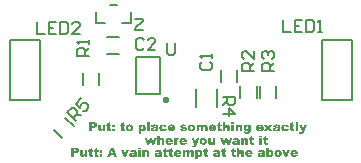
<source format=gto>
%FSAX24Y24*%
%MOIN*%
G70*
G01*
G75*
G04 Layer_Color=65535*
%ADD10R,0.0500X0.0600*%
G04:AMPARAMS|DCode=11|XSize=39.4mil|YSize=43.3mil|CornerRadius=0mil|HoleSize=0mil|Usage=FLASHONLY|Rotation=225.000|XOffset=0mil|YOffset=0mil|HoleType=Round|Shape=Rectangle|*
%AMROTATEDRECTD11*
4,1,4,-0.0014,0.0292,0.0292,-0.0014,0.0014,-0.0292,-0.0292,0.0014,-0.0014,0.0292,0.0*
%
%ADD11ROTATEDRECTD11*%

%ADD12R,0.0394X0.0433*%
%ADD13R,0.0433X0.0394*%
%ADD14R,0.0310X0.0370*%
%ADD15R,0.0571X0.0177*%
%ADD16C,0.0197*%
%ADD17C,0.0118*%
%ADD18C,0.0900*%
%ADD19C,0.0591*%
%ADD20R,0.0591X0.0591*%
%ADD21C,0.0394*%
%ADD22C,0.7000*%
%ADD23C,0.0394*%
%ADD24C,0.0059*%
%ADD25C,0.0050*%
%ADD26C,0.0079*%
%ADD27C,0.0100*%
G36*
X002826Y001167D02*
X002872D01*
Y001106D01*
X002826D01*
Y001029D01*
Y001029D01*
Y001027D01*
Y001024D01*
X002827Y001022D01*
X002828Y001016D01*
X002828Y001013D01*
X002829Y001011D01*
X002830Y001010D01*
X002832Y001007D01*
X002836Y001005D01*
X002840Y001005D01*
X002843Y001004D01*
X002845D01*
X002847Y001005D01*
X002849D01*
X002853Y001005D01*
X002858Y001006D01*
X002863Y001007D01*
X002869Y001009D01*
X002875Y000952D01*
X002873D01*
X002872Y000951D01*
X002870Y000951D01*
X002864Y000949D01*
X002856Y000948D01*
X002847Y000947D01*
X002837Y000946D01*
X002828Y000946D01*
X002817Y000945D01*
X002812D01*
X002807Y000946D01*
X002800Y000946D01*
X002792Y000947D01*
X002785Y000948D01*
X002777Y000950D01*
X002771Y000953D01*
X002771Y000953D01*
X002769Y000954D01*
X002766Y000956D01*
X002763Y000959D01*
X002759Y000962D01*
X002756Y000966D01*
X002752Y000971D01*
X002750Y000977D01*
Y000977D01*
X002748Y000980D01*
X002747Y000984D01*
X002746Y000989D01*
X002745Y000997D01*
X002744Y001006D01*
X002743Y001017D01*
X002743Y001030D01*
Y001106D01*
X002712D01*
Y001167D01*
X002743D01*
Y001206D01*
X002826Y001249D01*
Y001167D01*
D02*
G37*
G36*
X007571Y002042D02*
X007488D01*
Y002099D01*
X007571D01*
Y002042D01*
D02*
G37*
G36*
X003012Y001167D02*
X003058D01*
Y001106D01*
X003012D01*
Y001029D01*
Y001029D01*
Y001027D01*
Y001024D01*
X003013Y001022D01*
X003013Y001016D01*
X003014Y001013D01*
X003014Y001011D01*
X003015Y001010D01*
X003018Y001007D01*
X003022Y001005D01*
X003025Y001005D01*
X003029Y001004D01*
X003030D01*
X003032Y001005D01*
X003035D01*
X003039Y001005D01*
X003043Y001006D01*
X003048Y001007D01*
X003054Y001009D01*
X003061Y000952D01*
X003059D01*
X003057Y000951D01*
X003055Y000951D01*
X003049Y000949D01*
X003042Y000948D01*
X003033Y000947D01*
X003023Y000946D01*
X003013Y000946D01*
X003003Y000945D01*
X002998D01*
X002992Y000946D01*
X002985Y000946D01*
X002978Y000947D01*
X002971Y000948D01*
X002963Y000950D01*
X002957Y000953D01*
X002956Y000953D01*
X002955Y000954D01*
X002952Y000956D01*
X002949Y000959D01*
X002945Y000962D01*
X002942Y000966D01*
X002938Y000971D01*
X002935Y000977D01*
Y000977D01*
X002934Y000980D01*
X002933Y000984D01*
X002932Y000989D01*
X002931Y000997D01*
X002930Y001006D01*
X002929Y001017D01*
X002929Y001030D01*
Y001106D01*
X002898D01*
Y001167D01*
X002929D01*
Y001206D01*
X003012Y001249D01*
Y001167D01*
D02*
G37*
G36*
X005498D02*
X005543D01*
Y001106D01*
X005498D01*
Y001029D01*
Y001029D01*
Y001027D01*
Y001024D01*
X005498Y001022D01*
X005499Y001016D01*
X005499Y001013D01*
X005500Y001011D01*
X005501Y001010D01*
X005503Y001007D01*
X005507Y001005D01*
X005511Y001005D01*
X005514Y001004D01*
X005516D01*
X005518Y001005D01*
X005520D01*
X005524Y001005D01*
X005529Y001006D01*
X005534Y001007D01*
X005540Y001009D01*
X005546Y000952D01*
X005544D01*
X005543Y000951D01*
X005541Y000951D01*
X005535Y000949D01*
X005527Y000948D01*
X005518Y000947D01*
X005508Y000946D01*
X005499Y000946D01*
X005488Y000945D01*
X005483D01*
X005478Y000946D01*
X005471Y000946D01*
X005463Y000947D01*
X005456Y000948D01*
X005448Y000950D01*
X005442Y000953D01*
X005442Y000953D01*
X005440Y000954D01*
X005437Y000956D01*
X005434Y000959D01*
X005430Y000962D01*
X005427Y000966D01*
X005423Y000971D01*
X005421Y000977D01*
Y000977D01*
X005419Y000980D01*
X005418Y000984D01*
X005417Y000989D01*
X005416Y000997D01*
X005415Y001006D01*
X005415Y001017D01*
X005414Y001030D01*
Y001106D01*
X005383D01*
Y001167D01*
X005414D01*
Y001206D01*
X005498Y001249D01*
Y001167D01*
D02*
G37*
G36*
X005312D02*
X005358D01*
Y001106D01*
X005312D01*
Y001029D01*
Y001029D01*
Y001027D01*
Y001024D01*
X005312Y001022D01*
X005313Y001016D01*
X005314Y001013D01*
X005314Y001011D01*
X005315Y001010D01*
X005317Y001007D01*
X005322Y001005D01*
X005325Y001005D01*
X005328Y001004D01*
X005330D01*
X005332Y001005D01*
X005335D01*
X005339Y001005D01*
X005343Y001006D01*
X005348Y001007D01*
X005354Y001009D01*
X005360Y000952D01*
X005359D01*
X005357Y000951D01*
X005355Y000951D01*
X005349Y000949D01*
X005341Y000948D01*
X005333Y000947D01*
X005323Y000946D01*
X005313Y000946D01*
X005303Y000945D01*
X005298D01*
X005292Y000946D01*
X005285Y000946D01*
X005277Y000947D01*
X005270Y000948D01*
X005263Y000950D01*
X005257Y000953D01*
X005256Y000953D01*
X005255Y000954D01*
X005252Y000956D01*
X005249Y000959D01*
X005245Y000962D01*
X005241Y000966D01*
X005238Y000971D01*
X005235Y000977D01*
Y000977D01*
X005234Y000980D01*
X005233Y000984D01*
X005232Y000989D01*
X005231Y000997D01*
X005229Y001006D01*
X005229Y001017D01*
X005228Y001030D01*
Y001106D01*
X005198D01*
Y001167D01*
X005228D01*
Y001206D01*
X005312Y001249D01*
Y001167D01*
D02*
G37*
G36*
X006624Y002021D02*
X006630Y002021D01*
X006638Y002019D01*
X006647Y002017D01*
X006656Y002013D01*
X006664Y002008D01*
X006672Y002001D01*
X006674Y002000D01*
X006676Y001997D01*
X006678Y001992D01*
X006682Y001985D01*
X006686Y001976D01*
X006689Y001965D01*
X006691Y001951D01*
X006692Y001944D01*
Y001936D01*
Y001800D01*
X006609D01*
Y001923D01*
Y001924D01*
Y001926D01*
X006608Y001928D01*
Y001932D01*
X006606Y001939D01*
X006605Y001943D01*
X006603Y001945D01*
X006602Y001946D01*
X006601Y001947D01*
X006599Y001949D01*
X006597Y001951D01*
X006594Y001953D01*
X006591Y001955D01*
X006586Y001956D01*
X006582Y001957D01*
X006580D01*
X006577Y001956D01*
X006574Y001956D01*
X006570Y001954D01*
X006566Y001952D01*
X006562Y001950D01*
X006558Y001946D01*
X006558Y001945D01*
X006557Y001944D01*
X006556Y001941D01*
X006554Y001938D01*
X006552Y001933D01*
X006551Y001927D01*
X006550Y001920D01*
X006550Y001912D01*
Y001800D01*
X006466D01*
Y001919D01*
Y001920D01*
Y001921D01*
Y001924D01*
Y001927D01*
X006466Y001933D01*
X006465Y001936D01*
X006464Y001938D01*
Y001939D01*
X006464Y001940D01*
X006462Y001943D01*
X006460Y001947D01*
X006455Y001951D01*
X006455D01*
X006454Y001952D01*
X006451Y001954D01*
X006446Y001956D01*
X006440Y001957D01*
X006438D01*
X006435Y001956D01*
X006431Y001956D01*
X006427Y001954D01*
X006423Y001952D01*
X006420Y001950D01*
X006416Y001946D01*
X006415Y001945D01*
X006415Y001944D01*
X006413Y001941D01*
X006411Y001937D01*
X006410Y001932D01*
X006409Y001926D01*
X006408Y001919D01*
X006407Y001910D01*
Y001800D01*
X006324D01*
Y002017D01*
X006401D01*
Y001985D01*
X006402Y001986D01*
X006404Y001988D01*
X006407Y001992D01*
X006411Y001995D01*
X006417Y002000D01*
X006422Y002005D01*
X006428Y002009D01*
X006435Y002013D01*
X006435Y002013D01*
X006438Y002015D01*
X006442Y002016D01*
X006446Y002017D01*
X006452Y002019D01*
X006460Y002021D01*
X006468Y002021D01*
X006476Y002022D01*
X006481D01*
X006485Y002021D01*
X006491Y002021D01*
X006498Y002019D01*
X006505Y002018D01*
X006511Y002016D01*
X006517Y002012D01*
X006518Y002012D01*
X006520Y002011D01*
X006523Y002009D01*
X006526Y002005D01*
X006530Y002001D01*
X006534Y001997D01*
X006538Y001991D01*
X006542Y001985D01*
X006543Y001986D01*
X006545Y001988D01*
X006549Y001992D01*
X006554Y001996D01*
X006559Y002001D01*
X006565Y002006D01*
X006571Y002010D01*
X006577Y002013D01*
X006578Y002014D01*
X006580Y002015D01*
X006584Y002016D01*
X006589Y002018D01*
X006594Y002019D01*
X006601Y002021D01*
X006609Y002021D01*
X006618Y002022D01*
X006621D01*
X006624Y002021D01*
D02*
G37*
G36*
X005902D02*
X005910D01*
X005920Y002020D01*
X005929Y002019D01*
X005938Y002018D01*
X005945Y002016D01*
X005946D01*
X005948Y002015D01*
X005952Y002013D01*
X005956Y002011D01*
X005961Y002009D01*
X005966Y002005D01*
X005971Y002001D01*
X005976Y001997D01*
X005977Y001997D01*
X005979Y001995D01*
X005981Y001992D01*
X005983Y001988D01*
X005987Y001983D01*
X005991Y001978D01*
X005994Y001971D01*
X005997Y001964D01*
X005918Y001956D01*
Y001957D01*
X005918Y001958D01*
X005917Y001960D01*
X005916Y001962D01*
X005912Y001967D01*
X005908Y001971D01*
X005908Y001972D01*
X005906Y001973D01*
X005904Y001974D01*
X005902Y001975D01*
X005898Y001976D01*
X005894Y001977D01*
X005889Y001978D01*
X005879D01*
X005876Y001977D01*
X005869Y001976D01*
X005866Y001974D01*
X005863Y001973D01*
X005862Y001971D01*
X005861Y001969D01*
X005858Y001965D01*
X005858Y001963D01*
X005857Y001961D01*
Y001960D01*
Y001959D01*
X005858Y001956D01*
X005861Y001952D01*
X005862Y001950D01*
X005865Y001949D01*
X005865D01*
X005867Y001948D01*
X005869Y001947D01*
X005873Y001946D01*
X005877Y001945D01*
X005883Y001944D01*
X005891Y001942D01*
X005900Y001941D01*
X005902D01*
X005904Y001940D01*
X005907D01*
X005911Y001940D01*
X005915Y001939D01*
X005924Y001938D01*
X005934Y001936D01*
X005944Y001934D01*
X005954Y001931D01*
X005962Y001928D01*
X005963Y001927D01*
X005965Y001926D01*
X005969Y001924D01*
X005974Y001922D01*
X005979Y001918D01*
X005984Y001914D01*
X005989Y001909D01*
X005993Y001904D01*
X005994Y001903D01*
X005995Y001901D01*
X005997Y001898D01*
X005999Y001894D01*
X006001Y001889D01*
X006003Y001883D01*
X006004Y001876D01*
X006004Y001870D01*
Y001869D01*
Y001867D01*
X006004Y001863D01*
X006003Y001858D01*
X006001Y001853D01*
X005999Y001846D01*
X005997Y001840D01*
X005993Y001833D01*
X005992Y001833D01*
X005991Y001831D01*
X005988Y001827D01*
X005984Y001823D01*
X005979Y001819D01*
X005972Y001814D01*
X005965Y001810D01*
X005957Y001805D01*
X005956Y001805D01*
X005952Y001804D01*
X005947Y001802D01*
X005939Y001801D01*
X005930Y001798D01*
X005918Y001797D01*
X005905Y001796D01*
X005891Y001795D01*
X005885D01*
X005881Y001796D01*
X005876D01*
X005870Y001796D01*
X005864Y001797D01*
X005858Y001797D01*
X005844Y001799D01*
X005830Y001802D01*
X005817Y001807D01*
X005811Y001809D01*
X005806Y001812D01*
X005805Y001813D01*
X005802Y001815D01*
X005798Y001819D01*
X005792Y001825D01*
X005787Y001831D01*
X005782Y001840D01*
X005777Y001850D01*
X005774Y001861D01*
X005856Y001868D01*
Y001868D01*
X005857Y001866D01*
X005858Y001863D01*
X005860Y001860D01*
X005864Y001852D01*
X005867Y001849D01*
X005870Y001846D01*
X005870D01*
X005871Y001845D01*
X005874Y001845D01*
X005876Y001844D01*
X005880Y001843D01*
X005884Y001841D01*
X005889Y001841D01*
X005894Y001840D01*
X005897D01*
X005900Y001841D01*
X005904Y001841D01*
X005912Y001844D01*
X005916Y001845D01*
X005920Y001848D01*
X005921D01*
X005921Y001849D01*
X005924Y001851D01*
X005927Y001855D01*
X005927Y001858D01*
X005928Y001861D01*
Y001861D01*
Y001862D01*
X005927Y001866D01*
X005926Y001868D01*
X005924Y001870D01*
X005922Y001872D01*
X005918Y001874D01*
X005918D01*
X005917Y001875D01*
X005915Y001876D01*
X005911Y001877D01*
X005907Y001878D01*
X005901Y001880D01*
X005893Y001881D01*
X005883Y001883D01*
X005882D01*
X005881Y001884D01*
X005879D01*
X005876Y001884D01*
X005873Y001885D01*
X005868Y001886D01*
X005859Y001888D01*
X005849Y001890D01*
X005839Y001892D01*
X005830Y001894D01*
X005826Y001896D01*
X005822Y001897D01*
X005822Y001898D01*
X005820Y001898D01*
X005816Y001900D01*
X005813Y001903D01*
X005808Y001905D01*
X005804Y001909D01*
X005799Y001914D01*
X005795Y001919D01*
X005794Y001920D01*
X005793Y001922D01*
X005791Y001925D01*
X005789Y001929D01*
X005787Y001934D01*
X005785Y001940D01*
X005784Y001946D01*
X005783Y001953D01*
Y001955D01*
Y001957D01*
X005784Y001961D01*
X005785Y001967D01*
X005786Y001972D01*
X005788Y001979D01*
X005791Y001985D01*
X005795Y001991D01*
X005796Y001991D01*
X005797Y001993D01*
X005800Y001996D01*
X005804Y001999D01*
X005809Y002003D01*
X005815Y002007D01*
X005822Y002010D01*
X005829Y002013D01*
X005831Y002014D01*
X005833Y002015D01*
X005838Y002016D01*
X005845Y002018D01*
X005853Y002019D01*
X005863Y002021D01*
X005875Y002021D01*
X005888Y002022D01*
X005898D01*
X005902Y002021D01*
D02*
G37*
G36*
X009283D02*
X009288D01*
X009293Y002021D01*
X009299Y002020D01*
X009305Y002019D01*
X009318Y002017D01*
X009331Y002013D01*
X009344Y002009D01*
X009350Y002006D01*
X009356Y002003D01*
X009356D01*
X009357Y002001D01*
X009360Y001999D01*
X009365Y001994D01*
X009371Y001988D01*
X009377Y001981D01*
X009384Y001971D01*
X009390Y001960D01*
X009395Y001947D01*
X009317Y001937D01*
Y001937D01*
X009316Y001939D01*
X009315Y001941D01*
X009313Y001944D01*
X009310Y001951D01*
X009306Y001955D01*
X009303Y001957D01*
X009303Y001958D01*
X009301Y001958D01*
X009299Y001959D01*
X009296Y001961D01*
X009292Y001963D01*
X009288Y001964D01*
X009283Y001964D01*
X009277Y001965D01*
X009274D01*
X009270Y001964D01*
X009265Y001963D01*
X009259Y001961D01*
X009254Y001959D01*
X009248Y001955D01*
X009244Y001950D01*
X009243Y001950D01*
X009241Y001947D01*
X009240Y001944D01*
X009238Y001939D01*
X009235Y001933D01*
X009233Y001925D01*
X009232Y001916D01*
X009231Y001905D01*
Y001905D01*
Y001904D01*
Y001901D01*
X009232Y001896D01*
X009233Y001890D01*
X009234Y001884D01*
X009236Y001877D01*
X009239Y001870D01*
X009244Y001865D01*
X009244Y001864D01*
X009246Y001863D01*
X009248Y001861D01*
X009252Y001858D01*
X009257Y001856D01*
X009263Y001854D01*
X009269Y001852D01*
X009276Y001851D01*
X009279D01*
X009282Y001852D01*
X009286Y001852D01*
X009289Y001854D01*
X009294Y001855D01*
X009299Y001857D01*
X009303Y001860D01*
X009304Y001860D01*
X009305Y001861D01*
X009307Y001863D01*
X009309Y001866D01*
X009312Y001869D01*
X009315Y001874D01*
X009318Y001879D01*
X009320Y001885D01*
X009399Y001876D01*
X009399Y001875D01*
X009398Y001872D01*
X009396Y001868D01*
X009394Y001862D01*
X009391Y001855D01*
X009387Y001848D01*
X009383Y001840D01*
X009377Y001833D01*
X009377Y001832D01*
X009375Y001830D01*
X009371Y001827D01*
X009367Y001822D01*
X009362Y001818D01*
X009355Y001814D01*
X009347Y001809D01*
X009339Y001805D01*
X009338Y001804D01*
X009335Y001803D01*
X009330Y001802D01*
X009323Y001800D01*
X009315Y001798D01*
X009305Y001797D01*
X009293Y001796D01*
X009281Y001795D01*
X009275D01*
X009269Y001796D01*
X009261D01*
X009251Y001797D01*
X009242Y001798D01*
X009232Y001799D01*
X009223Y001801D01*
X009222Y001802D01*
X009219Y001802D01*
X009215Y001804D01*
X009209Y001806D01*
X009203Y001809D01*
X009197Y001813D01*
X009190Y001817D01*
X009184Y001822D01*
X009183Y001822D01*
X009181Y001825D01*
X009178Y001827D01*
X009174Y001832D01*
X009170Y001837D01*
X009166Y001843D01*
X009162Y001849D01*
X009158Y001856D01*
X009157Y001857D01*
X009156Y001860D01*
X009155Y001863D01*
X009153Y001869D01*
X009151Y001877D01*
X009150Y001886D01*
X009149Y001896D01*
X009149Y001907D01*
Y001908D01*
Y001909D01*
Y001910D01*
Y001912D01*
X009149Y001919D01*
X009150Y001927D01*
X009151Y001935D01*
X009153Y001945D01*
X009156Y001954D01*
X009159Y001963D01*
X009160Y001963D01*
X009161Y001965D01*
X009163Y001969D01*
X009165Y001973D01*
X009169Y001977D01*
X009173Y001982D01*
X009178Y001987D01*
X009182Y001992D01*
X009183Y001993D01*
X009185Y001994D01*
X009188Y001997D01*
X009192Y001999D01*
X009196Y002003D01*
X009202Y002006D01*
X009207Y002009D01*
X009212Y002011D01*
X009213D01*
X009214Y002012D01*
X009217Y002013D01*
X009222Y002015D01*
X009229Y002017D01*
X009238Y002018D01*
X009249Y002020D01*
X009261Y002021D01*
X009275Y002022D01*
X009280D01*
X009283Y002021D01*
D02*
G37*
G36*
X008772Y001913D02*
X008852Y001800D01*
X008754D01*
X008715Y001869D01*
X008668Y001800D01*
X008577D01*
X008656Y001913D01*
X008581Y002017D01*
X008680D01*
X008715Y001956D01*
X008754Y002017D01*
X008846D01*
X008772Y001913D01*
D02*
G37*
G36*
X004549Y002021D02*
X004553Y002021D01*
X004557Y002020D01*
X004567Y002017D01*
X004577Y002013D01*
X004583Y002011D01*
X004589Y002007D01*
X004594Y002004D01*
X004599Y001999D01*
X004605Y001994D01*
X004609Y001988D01*
X004610Y001988D01*
X004610Y001987D01*
X004611Y001985D01*
X004613Y001982D01*
X004615Y001979D01*
X004617Y001975D01*
X004619Y001971D01*
X004621Y001965D01*
X004623Y001960D01*
X004626Y001953D01*
X004629Y001940D01*
X004632Y001923D01*
X004633Y001915D01*
Y001906D01*
Y001905D01*
Y001904D01*
Y001901D01*
X004633Y001897D01*
Y001892D01*
X004632Y001887D01*
X004631Y001881D01*
X004630Y001875D01*
X004627Y001862D01*
X004622Y001849D01*
X004616Y001835D01*
X004611Y001829D01*
X004607Y001823D01*
X004606Y001823D01*
X004606Y001822D01*
X004604Y001821D01*
X004603Y001819D01*
X004597Y001815D01*
X004589Y001809D01*
X004580Y001804D01*
X004569Y001799D01*
X004556Y001796D01*
X004549Y001796D01*
X004541Y001795D01*
X004538D01*
X004534Y001796D01*
X004530Y001796D01*
X004525Y001797D01*
X004518Y001798D01*
X004512Y001799D01*
X004506Y001802D01*
X004506Y001802D01*
X004504Y001803D01*
X004501Y001804D01*
X004497Y001807D01*
X004493Y001809D01*
X004488Y001813D01*
X004484Y001816D01*
X004479Y001821D01*
Y001718D01*
X004395D01*
Y002017D01*
X004472D01*
Y001985D01*
X004473Y001986D01*
X004475Y001988D01*
X004478Y001991D01*
X004482Y001995D01*
X004486Y002000D01*
X004491Y002005D01*
X004497Y002009D01*
X004502Y002012D01*
X004503Y002012D01*
X004505Y002013D01*
X004509Y002015D01*
X004514Y002017D01*
X004520Y002018D01*
X004527Y002020D01*
X004534Y002021D01*
X004542Y002022D01*
X004546D01*
X004549Y002021D01*
D02*
G37*
G36*
X007785D02*
X007792Y002021D01*
X007799Y002019D01*
X007808Y002017D01*
X007817Y002013D01*
X007826Y002008D01*
X007834Y002001D01*
X007835Y002000D01*
X007837Y001997D01*
X007840Y001992D01*
X007844Y001985D01*
X007847Y001976D01*
X007850Y001965D01*
X007852Y001952D01*
X007853Y001938D01*
Y001800D01*
X007770D01*
Y001919D01*
Y001920D01*
Y001922D01*
X007769Y001926D01*
X007769Y001930D01*
X007767Y001940D01*
X007765Y001944D01*
X007762Y001948D01*
X007762Y001949D01*
X007761Y001950D01*
X007759Y001951D01*
X007757Y001952D01*
X007754Y001954D01*
X007750Y001956D01*
X007746Y001956D01*
X007741Y001957D01*
X007738D01*
X007736Y001956D01*
X007732Y001955D01*
X007728Y001954D01*
X007724Y001952D01*
X007720Y001949D01*
X007716Y001945D01*
X007716Y001945D01*
X007715Y001943D01*
X007714Y001940D01*
X007712Y001936D01*
X007710Y001930D01*
X007709Y001923D01*
X007708Y001914D01*
X007707Y001904D01*
Y001800D01*
X007624D01*
Y002017D01*
X007701D01*
Y001981D01*
X007702Y001982D01*
X007704Y001985D01*
X007708Y001989D01*
X007712Y001993D01*
X007718Y001999D01*
X007724Y002004D01*
X007730Y002009D01*
X007736Y002012D01*
X007737Y002013D01*
X007739Y002014D01*
X007743Y002015D01*
X007748Y002017D01*
X007755Y002019D01*
X007762Y002020D01*
X007770Y002021D01*
X007780Y002022D01*
X007783D01*
X007785Y002021D01*
D02*
G37*
G36*
X009587Y001171D02*
X009591D01*
X009602Y001170D01*
X009613Y001168D01*
X009625Y001166D01*
X009637Y001162D01*
X009648Y001157D01*
X009649D01*
X009649Y001157D01*
X009653Y001155D01*
X009657Y001151D01*
X009664Y001147D01*
X009671Y001141D01*
X009677Y001134D01*
X009684Y001126D01*
X009690Y001117D01*
Y001116D01*
X009690Y001115D01*
X009691Y001114D01*
X009692Y001112D01*
X009693Y001109D01*
X009694Y001106D01*
X009697Y001098D01*
X009700Y001088D01*
X009702Y001076D01*
X009703Y001062D01*
X009704Y001047D01*
Y001038D01*
X009537D01*
Y001037D01*
X009538Y001035D01*
X009538Y001031D01*
X009540Y001026D01*
X009543Y001017D01*
X009545Y001012D01*
X009548Y001008D01*
X009548Y001007D01*
X009550Y001006D01*
X009553Y001004D01*
X009556Y001001D01*
X009561Y000998D01*
X009566Y000996D01*
X009572Y000994D01*
X009579Y000994D01*
X009582D01*
X009584Y000994D01*
X009587D01*
X009594Y000996D01*
X009598Y000997D01*
X009602Y001000D01*
X009603D01*
X009603Y001000D01*
X009607Y001003D01*
X009609Y001005D01*
X009611Y001007D01*
X009614Y001010D01*
X009617Y001014D01*
X009699Y001006D01*
Y001006D01*
X009698Y001005D01*
X009697Y001003D01*
X009696Y001001D01*
X009691Y000995D01*
X009686Y000988D01*
X009679Y000981D01*
X009672Y000972D01*
X009663Y000965D01*
X009653Y000959D01*
X009653D01*
X009652Y000959D01*
X009650Y000958D01*
X009648Y000957D01*
X009645Y000956D01*
X009642Y000955D01*
X009638Y000953D01*
X009634Y000952D01*
X009629Y000951D01*
X009623Y000949D01*
X009617Y000948D01*
X009610Y000947D01*
X009603Y000946D01*
X009595Y000946D01*
X009587Y000945D01*
X009570D01*
X009566Y000946D01*
X009563D01*
X009553Y000947D01*
X009542Y000948D01*
X009530Y000950D01*
X009519Y000953D01*
X009510Y000957D01*
X009508Y000958D01*
X009506Y000959D01*
X009501Y000963D01*
X009495Y000966D01*
X009489Y000972D01*
X009482Y000978D01*
X009475Y000986D01*
X009469Y000995D01*
Y000996D01*
X009468Y000996D01*
X009467Y000998D01*
X009466Y001000D01*
X009464Y001006D01*
X009461Y001013D01*
X009458Y001022D01*
X009455Y001033D01*
X009453Y001044D01*
X009453Y001058D01*
Y001058D01*
Y001060D01*
Y001062D01*
X009453Y001066D01*
X009454Y001070D01*
X009454Y001076D01*
X009455Y001081D01*
X009457Y001087D01*
X009460Y001100D01*
X009463Y001107D01*
X009466Y001114D01*
X009470Y001121D01*
X009475Y001127D01*
X009480Y001134D01*
X009485Y001140D01*
X009486Y001141D01*
X009487Y001142D01*
X009488Y001143D01*
X009491Y001145D01*
X009494Y001147D01*
X009499Y001150D01*
X009503Y001153D01*
X009508Y001156D01*
X009514Y001159D01*
X009522Y001162D01*
X009529Y001165D01*
X009537Y001167D01*
X009546Y001169D01*
X009555Y001171D01*
X009565Y001171D01*
X009575Y001172D01*
X009583D01*
X009587Y001171D01*
D02*
G37*
G36*
X009053D02*
X009058Y001171D01*
X009065Y001169D01*
X009072Y001168D01*
X009079Y001167D01*
X009086Y001165D01*
X009095Y001162D01*
X009103Y001159D01*
X009111Y001156D01*
X009119Y001151D01*
X009127Y001146D01*
X009134Y001140D01*
X009140Y001133D01*
X009141Y001133D01*
X009142Y001132D01*
X009143Y001130D01*
X009145Y001128D01*
X009147Y001125D01*
X009149Y001121D01*
X009151Y001118D01*
X009154Y001113D01*
X009159Y001102D01*
X009163Y001089D01*
X009167Y001074D01*
X009167Y001067D01*
X009168Y001059D01*
Y001058D01*
Y001056D01*
Y001054D01*
X009167Y001050D01*
X009167Y001046D01*
X009166Y001041D01*
X009165Y001036D01*
X009163Y001030D01*
X009160Y001017D01*
X009157Y001010D01*
X009154Y001003D01*
X009150Y000996D01*
X009145Y000989D01*
X009140Y000983D01*
X009134Y000977D01*
X009134Y000976D01*
X009133Y000976D01*
X009131Y000974D01*
X009128Y000972D01*
X009125Y000970D01*
X009121Y000967D01*
X009116Y000964D01*
X009110Y000961D01*
X009104Y000958D01*
X009097Y000955D01*
X009090Y000952D01*
X009081Y000950D01*
X009073Y000948D01*
X009063Y000947D01*
X009053Y000946D01*
X009042Y000945D01*
X009037D01*
X009033Y000946D01*
X009029D01*
X009024Y000947D01*
X009018Y000947D01*
X009012Y000948D01*
X008998Y000952D01*
X008984Y000956D01*
X008971Y000963D01*
X008964Y000967D01*
X008958Y000971D01*
X008957Y000972D01*
X008956Y000973D01*
X008954Y000975D01*
X008952Y000977D01*
X008948Y000981D01*
X008945Y000984D01*
X008942Y000989D01*
X008938Y000994D01*
X008934Y001000D01*
X008931Y001007D01*
X008928Y001014D01*
X008924Y001022D01*
X008922Y001030D01*
X008920Y001038D01*
X008919Y001048D01*
X008918Y001058D01*
Y001058D01*
Y001060D01*
Y001062D01*
X008919Y001066D01*
X008919Y001070D01*
X008920Y001075D01*
X008921Y001080D01*
X008923Y001086D01*
X008926Y001100D01*
X008929Y001106D01*
X008932Y001113D01*
X008936Y001120D01*
X008941Y001127D01*
X008946Y001133D01*
X008952Y001139D01*
X008952Y001140D01*
X008953Y001141D01*
X008955Y001142D01*
X008958Y001144D01*
X008961Y001147D01*
X008965Y001150D01*
X008970Y001153D01*
X008976Y001156D01*
X008982Y001159D01*
X008988Y001161D01*
X008996Y001164D01*
X009004Y001167D01*
X009013Y001169D01*
X009022Y001170D01*
X009032Y001171D01*
X009042Y001172D01*
X009048D01*
X009053Y001171D01*
D02*
G37*
G36*
X002312Y001249D02*
X002316D01*
X002321Y001248D01*
X002332Y001246D01*
X002344Y001243D01*
X002356Y001239D01*
X002368Y001233D01*
X002374Y001230D01*
X002379Y001225D01*
X002379D01*
X002380Y001224D01*
X002381Y001222D01*
X002383Y001221D01*
X002387Y001215D01*
X002391Y001208D01*
X002396Y001198D01*
X002400Y001186D01*
X002403Y001173D01*
X002404Y001166D01*
Y001157D01*
Y001157D01*
Y001155D01*
Y001153D01*
X002403Y001150D01*
Y001146D01*
X002402Y001142D01*
X002401Y001132D01*
X002397Y001120D01*
X002392Y001108D01*
X002389Y001102D01*
X002386Y001097D01*
X002382Y001091D01*
X002377Y001086D01*
X002376D01*
X002376Y001085D01*
X002374Y001084D01*
X002372Y001083D01*
X002368Y001080D01*
X002365Y001078D01*
X002361Y001076D01*
X002356Y001074D01*
X002350Y001072D01*
X002344Y001070D01*
X002337Y001067D01*
X002330Y001065D01*
X002321Y001064D01*
X002313Y001062D01*
X002303Y001062D01*
X002293Y001061D01*
X002243D01*
Y000950D01*
X002150D01*
Y001249D01*
X002308D01*
X002312Y001249D01*
D02*
G37*
G36*
X003677Y000950D02*
X003580D01*
X003565Y000999D01*
X003460D01*
X003446Y000950D01*
X003351D01*
X003463Y001249D01*
X003565D01*
X003677Y000950D01*
D02*
G37*
G36*
X003186D02*
X003097D01*
Y001034D01*
X003186D01*
Y000950D01*
D02*
G37*
G36*
X008734Y001145D02*
X008735Y001146D01*
X008736Y001148D01*
X008739Y001150D01*
X008742Y001153D01*
X008746Y001156D01*
X008751Y001159D01*
X008757Y001162D01*
X008762Y001165D01*
X008763Y001166D01*
X008765Y001166D01*
X008768Y001167D01*
X008772Y001168D01*
X008777Y001169D01*
X008783Y001171D01*
X008790Y001172D01*
X008801D01*
X008804Y001171D01*
X008807Y001171D01*
X008811Y001170D01*
X008820Y001168D01*
X008830Y001165D01*
X008841Y001160D01*
X008847Y001156D01*
X008852Y001153D01*
X008858Y001148D01*
X008863Y001143D01*
X008863Y001142D01*
X008864Y001142D01*
X008865Y001140D01*
X008867Y001137D01*
X008869Y001135D01*
X008871Y001131D01*
X008873Y001127D01*
X008876Y001122D01*
X008878Y001117D01*
X008881Y001111D01*
X008883Y001104D01*
X008885Y001096D01*
X008887Y001089D01*
X008888Y001080D01*
X008888Y001071D01*
X008889Y001061D01*
Y001061D01*
Y001060D01*
Y001058D01*
Y001055D01*
X008888Y001052D01*
Y001049D01*
X008887Y001040D01*
X008886Y001030D01*
X008884Y001020D01*
X008881Y001009D01*
X008877Y000999D01*
Y000998D01*
X008876Y000997D01*
X008875Y000994D01*
X008872Y000989D01*
X008868Y000983D01*
X008864Y000977D01*
X008858Y000970D01*
X008852Y000964D01*
X008844Y000958D01*
X008843Y000958D01*
X008840Y000956D01*
X008836Y000954D01*
X008830Y000952D01*
X008824Y000949D01*
X008816Y000947D01*
X008807Y000946D01*
X008798Y000945D01*
X008794D01*
X008790Y000946D01*
X008784Y000946D01*
X008778Y000947D01*
X008771Y000949D01*
X008765Y000951D01*
X008758Y000954D01*
X008757Y000955D01*
X008756Y000956D01*
X008753Y000958D01*
X008749Y000960D01*
X008745Y000964D01*
X008739Y000969D01*
X008734Y000975D01*
X008728Y000982D01*
Y000950D01*
X008650D01*
Y001249D01*
X008734D01*
Y001145D01*
D02*
G37*
G36*
X006659Y001167D02*
X006705D01*
Y001106D01*
X006659D01*
Y001029D01*
Y001029D01*
Y001027D01*
Y001024D01*
X006660Y001022D01*
X006661Y001016D01*
X006661Y001013D01*
X006662Y001011D01*
X006663Y001010D01*
X006665Y001007D01*
X006669Y001005D01*
X006673Y001005D01*
X006676Y001004D01*
X006677D01*
X006680Y001005D01*
X006682D01*
X006686Y001005D01*
X006691Y001006D01*
X006695Y001007D01*
X006701Y001009D01*
X006708Y000952D01*
X006706D01*
X006705Y000951D01*
X006703Y000951D01*
X006697Y000949D01*
X006689Y000948D01*
X006680Y000947D01*
X006670Y000946D01*
X006661Y000946D01*
X006650Y000945D01*
X006645D01*
X006640Y000946D01*
X006633Y000946D01*
X006625Y000947D01*
X006618Y000948D01*
X006610Y000950D01*
X006604Y000953D01*
X006604Y000953D01*
X006602Y000954D01*
X006599Y000956D01*
X006596Y000959D01*
X006592Y000962D01*
X006589Y000966D01*
X006585Y000971D01*
X006582Y000977D01*
Y000977D01*
X006581Y000980D01*
X006580Y000984D01*
X006579Y000989D01*
X006578Y000997D01*
X006577Y001006D01*
X006576Y001017D01*
X006576Y001030D01*
Y001106D01*
X006545D01*
Y001167D01*
X006576D01*
Y001206D01*
X006659Y001249D01*
Y001167D01*
D02*
G37*
G36*
X005706Y001171D02*
X005711D01*
X005721Y001170D01*
X005733Y001168D01*
X005745Y001166D01*
X005757Y001162D01*
X005768Y001157D01*
X005768D01*
X005769Y001157D01*
X005772Y001155D01*
X005777Y001151D01*
X005783Y001147D01*
X005790Y001141D01*
X005797Y001134D01*
X005803Y001126D01*
X005809Y001117D01*
Y001116D01*
X005810Y001115D01*
X005810Y001114D01*
X005811Y001112D01*
X005813Y001109D01*
X005814Y001106D01*
X005816Y001098D01*
X005819Y001088D01*
X005821Y001076D01*
X005823Y001062D01*
X005823Y001047D01*
Y001038D01*
X005657D01*
Y001037D01*
X005658Y001035D01*
X005658Y001031D01*
X005659Y001026D01*
X005662Y001017D01*
X005665Y001012D01*
X005667Y001008D01*
X005668Y001007D01*
X005670Y001006D01*
X005672Y001004D01*
X005676Y001001D01*
X005680Y000998D01*
X005686Y000996D01*
X005692Y000994D01*
X005699Y000994D01*
X005701D01*
X005703Y000994D01*
X005707D01*
X005714Y000996D01*
X005718Y000997D01*
X005722Y001000D01*
X005722D01*
X005723Y001000D01*
X005726Y001003D01*
X005728Y001005D01*
X005731Y001007D01*
X005734Y001010D01*
X005737Y001014D01*
X005819Y001006D01*
Y001006D01*
X005817Y001005D01*
X005816Y001003D01*
X005815Y001001D01*
X005811Y000995D01*
X005805Y000988D01*
X005799Y000981D01*
X005791Y000972D01*
X005783Y000965D01*
X005773Y000959D01*
X005772D01*
X005772Y000959D01*
X005770Y000958D01*
X005768Y000957D01*
X005765Y000956D01*
X005762Y000955D01*
X005758Y000953D01*
X005754Y000952D01*
X005748Y000951D01*
X005743Y000949D01*
X005737Y000948D01*
X005730Y000947D01*
X005722Y000946D01*
X005714Y000946D01*
X005706Y000945D01*
X005690D01*
X005686Y000946D01*
X005682D01*
X005672Y000947D01*
X005661Y000948D01*
X005650Y000950D01*
X005639Y000953D01*
X005629Y000957D01*
X005628Y000958D01*
X005625Y000959D01*
X005620Y000963D01*
X005615Y000966D01*
X005608Y000972D01*
X005601Y000978D01*
X005595Y000986D01*
X005588Y000995D01*
Y000996D01*
X005588Y000996D01*
X005587Y000998D01*
X005586Y001000D01*
X005583Y001006D01*
X005581Y001013D01*
X005577Y001022D01*
X005575Y001033D01*
X005573Y001044D01*
X005572Y001058D01*
Y001058D01*
Y001060D01*
Y001062D01*
X005573Y001066D01*
X005573Y001070D01*
X005574Y001076D01*
X005575Y001081D01*
X005576Y001087D01*
X005580Y001100D01*
X005583Y001107D01*
X005586Y001114D01*
X005590Y001121D01*
X005594Y001127D01*
X005599Y001134D01*
X005605Y001140D01*
X005605Y001141D01*
X005606Y001142D01*
X005608Y001143D01*
X005611Y001145D01*
X005614Y001147D01*
X005618Y001150D01*
X005623Y001153D01*
X005628Y001156D01*
X005634Y001159D01*
X005641Y001162D01*
X005648Y001165D01*
X005656Y001167D01*
X005665Y001169D01*
X005674Y001171D01*
X005684Y001171D01*
X005695Y001172D01*
X005702D01*
X005706Y001171D01*
D02*
G37*
G36*
X007263Y001167D02*
X007309D01*
Y001106D01*
X007263D01*
Y001029D01*
Y001029D01*
Y001027D01*
Y001024D01*
X007264Y001022D01*
X007264Y001016D01*
X007265Y001013D01*
X007265Y001011D01*
X007267Y001010D01*
X007269Y001007D01*
X007273Y001005D01*
X007276Y001005D01*
X007280Y001004D01*
X007281D01*
X007283Y001005D01*
X007286D01*
X007290Y001005D01*
X007294Y001006D01*
X007299Y001007D01*
X007305Y001009D01*
X007312Y000952D01*
X007310D01*
X007309Y000951D01*
X007306Y000951D01*
X007300Y000949D01*
X007293Y000948D01*
X007284Y000947D01*
X007274Y000946D01*
X007264Y000946D01*
X007254Y000945D01*
X007249D01*
X007244Y000946D01*
X007237Y000946D01*
X007229Y000947D01*
X007222Y000948D01*
X007214Y000950D01*
X007208Y000953D01*
X007208Y000953D01*
X007206Y000954D01*
X007203Y000956D01*
X007200Y000959D01*
X007196Y000962D01*
X007193Y000966D01*
X007189Y000971D01*
X007186Y000977D01*
Y000977D01*
X007185Y000980D01*
X007184Y000984D01*
X007183Y000989D01*
X007182Y000997D01*
X007181Y001006D01*
X007180Y001017D01*
X007180Y001030D01*
Y001106D01*
X007149D01*
Y001167D01*
X007180D01*
Y001206D01*
X007263Y001249D01*
Y001167D01*
D02*
G37*
G36*
X008076Y001171D02*
X008081D01*
X008091Y001170D01*
X008102Y001168D01*
X008115Y001166D01*
X008127Y001162D01*
X008137Y001157D01*
X008138D01*
X008139Y001157D01*
X008142Y001155D01*
X008147Y001151D01*
X008153Y001147D01*
X008160Y001141D01*
X008166Y001134D01*
X008173Y001126D01*
X008179Y001117D01*
Y001116D01*
X008179Y001115D01*
X008180Y001114D01*
X008181Y001112D01*
X008182Y001109D01*
X008183Y001106D01*
X008186Y001098D01*
X008189Y001088D01*
X008191Y001076D01*
X008193Y001062D01*
X008193Y001047D01*
Y001038D01*
X008027D01*
Y001037D01*
X008027Y001035D01*
X008028Y001031D01*
X008029Y001026D01*
X008032Y001017D01*
X008034Y001012D01*
X008037Y001008D01*
X008038Y001007D01*
X008039Y001006D01*
X008042Y001004D01*
X008046Y001001D01*
X008050Y000998D01*
X008056Y000996D01*
X008062Y000994D01*
X008069Y000994D01*
X008071D01*
X008073Y000994D01*
X008076D01*
X008083Y000996D01*
X008087Y000997D01*
X008092Y001000D01*
X008092D01*
X008093Y001000D01*
X008096Y001003D01*
X008098Y001005D01*
X008100Y001007D01*
X008104Y001010D01*
X008106Y001014D01*
X008188Y001006D01*
Y001006D01*
X008187Y001005D01*
X008186Y001003D01*
X008185Y001001D01*
X008181Y000995D01*
X008175Y000988D01*
X008169Y000981D01*
X008161Y000972D01*
X008152Y000965D01*
X008142Y000959D01*
X008142D01*
X008141Y000959D01*
X008140Y000958D01*
X008137Y000957D01*
X008135Y000956D01*
X008131Y000955D01*
X008128Y000953D01*
X008123Y000952D01*
X008118Y000951D01*
X008112Y000949D01*
X008106Y000948D01*
X008099Y000947D01*
X008092Y000946D01*
X008084Y000946D01*
X008076Y000945D01*
X008059D01*
X008056Y000946D01*
X008052D01*
X008042Y000947D01*
X008031Y000948D01*
X008019Y000950D01*
X008009Y000953D01*
X007999Y000957D01*
X007998Y000958D01*
X007995Y000959D01*
X007990Y000963D01*
X007985Y000966D01*
X007978Y000972D01*
X007971Y000978D01*
X007964Y000986D01*
X007958Y000995D01*
Y000996D01*
X007957Y000996D01*
X007956Y000998D01*
X007956Y001000D01*
X007953Y001006D01*
X007950Y001013D01*
X007947Y001022D01*
X007945Y001033D01*
X007943Y001044D01*
X007942Y001058D01*
Y001058D01*
Y001060D01*
Y001062D01*
X007943Y001066D01*
X007943Y001070D01*
X007944Y001076D01*
X007945Y001081D01*
X007946Y001087D01*
X007950Y001100D01*
X007952Y001107D01*
X007956Y001114D01*
X007959Y001121D01*
X007964Y001127D01*
X007969Y001134D01*
X007974Y001140D01*
X007975Y001141D01*
X007976Y001142D01*
X007977Y001143D01*
X007980Y001145D01*
X007983Y001147D01*
X007988Y001150D01*
X007992Y001153D01*
X007998Y001156D01*
X008004Y001159D01*
X008011Y001162D01*
X008018Y001165D01*
X008026Y001167D01*
X008035Y001169D01*
X008044Y001171D01*
X008054Y001171D01*
X008064Y001172D01*
X008072D01*
X008076Y001171D01*
D02*
G37*
G36*
X007588Y001167D02*
X007634D01*
Y001106D01*
X007588D01*
Y001029D01*
Y001029D01*
Y001027D01*
Y001024D01*
X007589Y001022D01*
X007589Y001016D01*
X007590Y001013D01*
X007590Y001011D01*
X007591Y001010D01*
X007594Y001007D01*
X007598Y001005D01*
X007601Y001005D01*
X007605Y001004D01*
X007606D01*
X007608Y001005D01*
X007611D01*
X007615Y001005D01*
X007619Y001006D01*
X007624Y001007D01*
X007630Y001009D01*
X007637Y000952D01*
X007635D01*
X007633Y000951D01*
X007631Y000951D01*
X007625Y000949D01*
X007618Y000948D01*
X007609Y000947D01*
X007599Y000946D01*
X007589Y000946D01*
X007579Y000945D01*
X007574D01*
X007569Y000946D01*
X007561Y000946D01*
X007554Y000947D01*
X007547Y000948D01*
X007539Y000950D01*
X007533Y000953D01*
X007532Y000953D01*
X007531Y000954D01*
X007528Y000956D01*
X007525Y000959D01*
X007521Y000962D01*
X007518Y000966D01*
X007514Y000971D01*
X007511Y000977D01*
Y000977D01*
X007510Y000980D01*
X007509Y000984D01*
X007508Y000989D01*
X007507Y000997D01*
X007506Y001006D01*
X007505Y001017D01*
X007505Y001030D01*
Y001106D01*
X007474D01*
Y001167D01*
X007505D01*
Y001206D01*
X007588Y001249D01*
Y001167D01*
D02*
G37*
G36*
X007121Y002017D02*
X007167D01*
Y001956D01*
X007121D01*
Y001879D01*
Y001879D01*
Y001877D01*
Y001874D01*
X007121Y001872D01*
X007122Y001866D01*
X007122Y001863D01*
X007123Y001861D01*
X007124Y001860D01*
X007126Y001857D01*
X007131Y001855D01*
X007134Y001855D01*
X007137Y001854D01*
X007139D01*
X007141Y001855D01*
X007144D01*
X007147Y001855D01*
X007152Y001856D01*
X007157Y001857D01*
X007163Y001859D01*
X007169Y001802D01*
X007168D01*
X007166Y001801D01*
X007164Y001801D01*
X007158Y001799D01*
X007150Y001798D01*
X007141Y001797D01*
X007132Y001796D01*
X007122Y001796D01*
X007111Y001795D01*
X007107D01*
X007101Y001796D01*
X007094Y001796D01*
X007086Y001797D01*
X007079Y001798D01*
X007072Y001800D01*
X007066Y001803D01*
X007065Y001803D01*
X007063Y001804D01*
X007061Y001806D01*
X007057Y001809D01*
X007054Y001812D01*
X007050Y001816D01*
X007046Y001821D01*
X007044Y001827D01*
Y001827D01*
X007043Y001830D01*
X007042Y001834D01*
X007040Y001839D01*
X007039Y001847D01*
X007038Y001856D01*
X007038Y001867D01*
X007037Y001880D01*
Y001956D01*
X007007D01*
Y002017D01*
X007037D01*
Y002056D01*
X007121Y002099D01*
Y002017D01*
D02*
G37*
G36*
X006865Y002021D02*
X006870D01*
X006880Y002020D01*
X006891Y002018D01*
X006903Y002016D01*
X006915Y002012D01*
X006926Y002007D01*
X006927D01*
X006927Y002007D01*
X006931Y002005D01*
X006936Y002001D01*
X006942Y001997D01*
X006949Y001991D01*
X006955Y001984D01*
X006962Y001976D01*
X006968Y001967D01*
Y001966D01*
X006968Y001965D01*
X006969Y001964D01*
X006970Y001962D01*
X006971Y001959D01*
X006972Y001956D01*
X006975Y001948D01*
X006978Y001938D01*
X006980Y001926D01*
X006981Y001912D01*
X006982Y001897D01*
Y001888D01*
X006816D01*
Y001887D01*
X006816Y001885D01*
X006817Y001881D01*
X006818Y001876D01*
X006821Y001867D01*
X006823Y001862D01*
X006826Y001858D01*
X006826Y001857D01*
X006828Y001856D01*
X006831Y001854D01*
X006835Y001851D01*
X006839Y001848D01*
X006844Y001846D01*
X006850Y001844D01*
X006858Y001844D01*
X006860D01*
X006862Y001844D01*
X006865D01*
X006872Y001846D01*
X006876Y001848D01*
X006880Y001850D01*
X006881D01*
X006882Y001850D01*
X006885Y001853D01*
X006887Y001855D01*
X006889Y001857D01*
X006892Y001860D01*
X006895Y001864D01*
X006977Y001856D01*
Y001856D01*
X006976Y001855D01*
X006975Y001853D01*
X006974Y001851D01*
X006969Y001845D01*
X006964Y001838D01*
X006957Y001831D01*
X006950Y001822D01*
X006941Y001815D01*
X006931Y001809D01*
X006931D01*
X006930Y001809D01*
X006929Y001808D01*
X006926Y001807D01*
X006924Y001806D01*
X006920Y001805D01*
X006917Y001803D01*
X006912Y001802D01*
X006907Y001801D01*
X006901Y001799D01*
X006895Y001798D01*
X006888Y001797D01*
X006881Y001796D01*
X006873Y001796D01*
X006865Y001795D01*
X006848D01*
X006844Y001796D01*
X006841D01*
X006831Y001797D01*
X006820Y001798D01*
X006808Y001800D01*
X006798Y001803D01*
X006788Y001807D01*
X006787Y001808D01*
X006784Y001809D01*
X006779Y001813D01*
X006773Y001816D01*
X006767Y001822D01*
X006760Y001828D01*
X006753Y001836D01*
X006747Y001845D01*
Y001846D01*
X006746Y001846D01*
X006745Y001848D01*
X006745Y001850D01*
X006742Y001856D01*
X006739Y001863D01*
X006736Y001872D01*
X006734Y001883D01*
X006731Y001894D01*
X006731Y001908D01*
Y001908D01*
Y001910D01*
Y001912D01*
X006731Y001916D01*
X006732Y001920D01*
X006733Y001926D01*
X006734Y001931D01*
X006735Y001937D01*
X006739Y001950D01*
X006741Y001957D01*
X006745Y001964D01*
X006748Y001971D01*
X006753Y001977D01*
X006758Y001984D01*
X006763Y001990D01*
X006764Y001991D01*
X006765Y001992D01*
X006766Y001993D01*
X006769Y001995D01*
X006772Y001997D01*
X006777Y002000D01*
X006781Y002003D01*
X006787Y002006D01*
X006793Y002009D01*
X006800Y002012D01*
X006807Y002015D01*
X006815Y002017D01*
X006824Y002019D01*
X006833Y002021D01*
X006843Y002021D01*
X006853Y002022D01*
X006861D01*
X006865Y002021D01*
D02*
G37*
G36*
X008445D02*
X008450D01*
X008460Y002020D01*
X008472Y002018D01*
X008484Y002016D01*
X008496Y002012D01*
X008506Y002007D01*
X008507D01*
X008508Y002007D01*
X008511Y002005D01*
X008516Y002001D01*
X008522Y001997D01*
X008529Y001991D01*
X008535Y001984D01*
X008542Y001976D01*
X008548Y001967D01*
Y001966D01*
X008549Y001965D01*
X008549Y001964D01*
X008550Y001962D01*
X008551Y001959D01*
X008552Y001956D01*
X008555Y001948D01*
X008558Y001938D01*
X008560Y001926D01*
X008562Y001912D01*
X008562Y001897D01*
Y001888D01*
X008396D01*
Y001887D01*
X008396Y001885D01*
X008397Y001881D01*
X008398Y001876D01*
X008401Y001867D01*
X008403Y001862D01*
X008406Y001858D01*
X008407Y001857D01*
X008408Y001856D01*
X008411Y001854D01*
X008415Y001851D01*
X008419Y001848D01*
X008425Y001846D01*
X008431Y001844D01*
X008438Y001844D01*
X008440D01*
X008442Y001844D01*
X008445D01*
X008452Y001846D01*
X008456Y001848D01*
X008461Y001850D01*
X008461D01*
X008462Y001850D01*
X008465Y001853D01*
X008467Y001855D01*
X008469Y001857D01*
X008473Y001860D01*
X008475Y001864D01*
X008557Y001856D01*
Y001856D01*
X008556Y001855D01*
X008555Y001853D01*
X008554Y001851D01*
X008550Y001845D01*
X008544Y001838D01*
X008538Y001831D01*
X008530Y001822D01*
X008521Y001815D01*
X008511Y001809D01*
X008511D01*
X008510Y001809D01*
X008509Y001808D01*
X008506Y001807D01*
X008504Y001806D01*
X008500Y001805D01*
X008497Y001803D01*
X008492Y001802D01*
X008487Y001801D01*
X008481Y001799D01*
X008475Y001798D01*
X008468Y001797D01*
X008461Y001796D01*
X008453Y001796D01*
X008445Y001795D01*
X008428D01*
X008425Y001796D01*
X008421D01*
X008411Y001797D01*
X008400Y001798D01*
X008389Y001800D01*
X008378Y001803D01*
X008368Y001807D01*
X008367Y001808D01*
X008364Y001809D01*
X008359Y001813D01*
X008354Y001816D01*
X008347Y001822D01*
X008340Y001828D01*
X008333Y001836D01*
X008327Y001845D01*
Y001846D01*
X008326Y001846D01*
X008325Y001848D01*
X008325Y001850D01*
X008322Y001856D01*
X008319Y001863D01*
X008316Y001872D01*
X008314Y001883D01*
X008312Y001894D01*
X008311Y001908D01*
Y001908D01*
Y001910D01*
Y001912D01*
X008312Y001916D01*
X008312Y001920D01*
X008313Y001926D01*
X008314Y001931D01*
X008315Y001937D01*
X008319Y001950D01*
X008321Y001957D01*
X008325Y001964D01*
X008328Y001971D01*
X008333Y001977D01*
X008338Y001984D01*
X008343Y001990D01*
X008344Y001991D01*
X008345Y001992D01*
X008346Y001993D01*
X008349Y001995D01*
X008353Y001997D01*
X008357Y002000D01*
X008361Y002003D01*
X008367Y002006D01*
X008373Y002009D01*
X008380Y002012D01*
X008387Y002015D01*
X008395Y002017D01*
X008404Y002019D01*
X008413Y002021D01*
X008423Y002021D01*
X008433Y002022D01*
X008441D01*
X008445Y002021D01*
D02*
G37*
G36*
X002912Y002099D02*
X002916D01*
X002921Y002098D01*
X002932Y002096D01*
X002944Y002093D01*
X002956Y002089D01*
X002968Y002083D01*
X002974Y002080D01*
X002979Y002075D01*
X002979D01*
X002980Y002074D01*
X002981Y002072D01*
X002983Y002071D01*
X002987Y002065D01*
X002991Y002058D01*
X002996Y002048D01*
X003000Y002036D01*
X003003Y002023D01*
X003004Y002016D01*
Y002007D01*
Y002007D01*
Y002005D01*
Y002003D01*
X003003Y002000D01*
Y001996D01*
X003002Y001992D01*
X003001Y001982D01*
X002997Y001970D01*
X002992Y001958D01*
X002989Y001952D01*
X002986Y001947D01*
X002982Y001941D01*
X002977Y001937D01*
X002976D01*
X002975Y001935D01*
X002974Y001934D01*
X002972Y001933D01*
X002968Y001930D01*
X002965Y001928D01*
X002961Y001926D01*
X002956Y001924D01*
X002950Y001922D01*
X002944Y001920D01*
X002937Y001917D01*
X002930Y001915D01*
X002921Y001914D01*
X002913Y001912D01*
X002903Y001912D01*
X002893Y001911D01*
X002843D01*
Y001800D01*
X002750D01*
Y002099D01*
X002908D01*
X002912Y002099D01*
D02*
G37*
G36*
X009538Y002017D02*
X009584D01*
Y001956D01*
X009538D01*
Y001879D01*
Y001879D01*
Y001877D01*
Y001874D01*
X009538Y001872D01*
X009539Y001866D01*
X009540Y001863D01*
X009540Y001861D01*
X009541Y001860D01*
X009543Y001857D01*
X009548Y001855D01*
X009551Y001855D01*
X009554Y001854D01*
X009556D01*
X009558Y001855D01*
X009561D01*
X009565Y001855D01*
X009569Y001856D01*
X009574Y001857D01*
X009580Y001859D01*
X009586Y001802D01*
X009585D01*
X009583Y001801D01*
X009581Y001801D01*
X009575Y001799D01*
X009567Y001798D01*
X009559Y001797D01*
X009549Y001796D01*
X009539Y001796D01*
X009529Y001795D01*
X009524D01*
X009518Y001796D01*
X009511Y001796D01*
X009503Y001797D01*
X009496Y001798D01*
X009489Y001800D01*
X009483Y001803D01*
X009482Y001803D01*
X009481Y001804D01*
X009478Y001806D01*
X009475Y001809D01*
X009471Y001812D01*
X009467Y001816D01*
X009464Y001821D01*
X009461Y001827D01*
Y001827D01*
X009460Y001830D01*
X009459Y001834D01*
X009458Y001839D01*
X009457Y001847D01*
X009455Y001856D01*
X009455Y001867D01*
X009454Y001880D01*
Y001956D01*
X009424D01*
Y002017D01*
X009454D01*
Y002056D01*
X009538Y002099D01*
Y002017D01*
D02*
G37*
G36*
X006169Y002021D02*
X006173Y002021D01*
X006180Y002019D01*
X006187Y002018D01*
X006194Y002017D01*
X006202Y002015D01*
X006210Y002012D01*
X006218Y002009D01*
X006226Y002006D01*
X006235Y002001D01*
X006242Y001996D01*
X006249Y001990D01*
X006256Y001983D01*
X006256Y001983D01*
X006257Y001982D01*
X006259Y001980D01*
X006260Y001978D01*
X006262Y001975D01*
X006265Y001971D01*
X006267Y001968D01*
X006270Y001963D01*
X006274Y001952D01*
X006279Y001939D01*
X006282Y001924D01*
X006283Y001917D01*
X006283Y001909D01*
Y001908D01*
Y001906D01*
Y001904D01*
X006283Y001900D01*
X006282Y001896D01*
X006282Y001891D01*
X006280Y001886D01*
X006279Y001880D01*
X006275Y001867D01*
X006272Y001860D01*
X006269Y001853D01*
X006265Y001846D01*
X006261Y001839D01*
X006256Y001833D01*
X006250Y001827D01*
X006249Y001826D01*
X006248Y001826D01*
X006247Y001824D01*
X006244Y001822D01*
X006241Y001820D01*
X006236Y001817D01*
X006231Y001814D01*
X006226Y001811D01*
X006220Y001808D01*
X006213Y001805D01*
X006205Y001802D01*
X006197Y001800D01*
X006188Y001798D01*
X006178Y001797D01*
X006169Y001796D01*
X006158Y001795D01*
X006153D01*
X006149Y001796D01*
X006144D01*
X006140Y001797D01*
X006134Y001797D01*
X006128Y001798D01*
X006114Y001802D01*
X006100Y001806D01*
X006086Y001813D01*
X006079Y001817D01*
X006073Y001821D01*
X006072Y001822D01*
X006071Y001823D01*
X006069Y001825D01*
X006067Y001827D01*
X006064Y001831D01*
X006060Y001834D01*
X006057Y001839D01*
X006053Y001844D01*
X006049Y001850D01*
X006046Y001857D01*
X006043Y001864D01*
X006040Y001872D01*
X006037Y001880D01*
X006035Y001888D01*
X006034Y001898D01*
X006034Y001908D01*
Y001908D01*
Y001910D01*
Y001912D01*
X006034Y001916D01*
X006035Y001920D01*
X006035Y001925D01*
X006036Y001930D01*
X006038Y001937D01*
X006042Y001950D01*
X006045Y001956D01*
X006048Y001963D01*
X006052Y001970D01*
X006056Y001977D01*
X006061Y001983D01*
X006067Y001989D01*
X006068Y001990D01*
X006069Y001991D01*
X006070Y001992D01*
X006073Y001994D01*
X006076Y001997D01*
X006081Y002000D01*
X006086Y002003D01*
X006091Y002006D01*
X006097Y002009D01*
X006104Y002011D01*
X006111Y002014D01*
X006119Y002017D01*
X006128Y002019D01*
X006137Y002020D01*
X006147Y002021D01*
X006158Y002022D01*
X006164D01*
X006169Y002021D01*
D02*
G37*
G36*
X003426Y002017D02*
X003472D01*
Y001956D01*
X003426D01*
Y001879D01*
Y001879D01*
Y001877D01*
Y001874D01*
X003427Y001872D01*
X003428Y001866D01*
X003428Y001863D01*
X003429Y001861D01*
X003430Y001860D01*
X003432Y001857D01*
X003436Y001855D01*
X003440Y001855D01*
X003443Y001854D01*
X003445D01*
X003447Y001855D01*
X003449D01*
X003453Y001855D01*
X003458Y001856D01*
X003463Y001857D01*
X003469Y001859D01*
X003475Y001802D01*
X003473D01*
X003472Y001801D01*
X003470Y001801D01*
X003464Y001799D01*
X003456Y001798D01*
X003447Y001797D01*
X003437Y001796D01*
X003428Y001796D01*
X003417Y001795D01*
X003412D01*
X003407Y001796D01*
X003400Y001796D01*
X003392Y001797D01*
X003385Y001798D01*
X003377Y001800D01*
X003371Y001803D01*
X003371Y001803D01*
X003369Y001804D01*
X003366Y001806D01*
X003363Y001809D01*
X003359Y001812D01*
X003356Y001816D01*
X003352Y001821D01*
X003350Y001827D01*
Y001827D01*
X003348Y001830D01*
X003347Y001834D01*
X003346Y001839D01*
X003345Y001847D01*
X003344Y001856D01*
X003343Y001867D01*
X003343Y001880D01*
Y001956D01*
X003312D01*
Y002017D01*
X003343D01*
Y002056D01*
X003426Y002099D01*
Y002017D01*
D02*
G37*
G36*
X007990Y002021D02*
X007996Y002021D01*
X008003Y002019D01*
X008010Y002018D01*
X008017Y002016D01*
X008023Y002013D01*
X008024Y002012D01*
X008026Y002011D01*
X008029Y002009D01*
X008033Y002006D01*
X008038Y002002D01*
X008043Y001997D01*
X008048Y001992D01*
X008054Y001985D01*
Y002017D01*
X008132D01*
Y001812D01*
Y001802D01*
Y001801D01*
Y001799D01*
X008131Y001795D01*
X008131Y001790D01*
X008130Y001784D01*
X008128Y001778D01*
X008126Y001771D01*
X008123Y001764D01*
X008123Y001763D01*
X008122Y001761D01*
X008120Y001757D01*
X008117Y001753D01*
X008114Y001749D01*
X008110Y001743D01*
X008105Y001738D01*
X008100Y001734D01*
X008099Y001733D01*
X008097Y001732D01*
X008094Y001730D01*
X008090Y001727D01*
X008084Y001725D01*
X008078Y001722D01*
X008071Y001720D01*
X008063Y001718D01*
X008062D01*
X008059Y001716D01*
X008055Y001716D01*
X008049Y001715D01*
X008041Y001714D01*
X008033Y001713D01*
X008023Y001712D01*
X008007D01*
X008003Y001713D01*
X007997D01*
X007991Y001713D01*
X007984Y001714D01*
X007977Y001715D01*
X007962Y001717D01*
X007947Y001720D01*
X007940Y001722D01*
X007934Y001725D01*
X007928Y001728D01*
X007923Y001732D01*
X007922Y001733D01*
X007919Y001736D01*
X007915Y001740D01*
X007911Y001746D01*
X007906Y001753D01*
X007903Y001762D01*
X007900Y001773D01*
X007899Y001778D01*
X007899Y001784D01*
Y001785D01*
Y001787D01*
Y001791D01*
Y001795D01*
X007980Y001786D01*
Y001785D01*
X007980Y001784D01*
X007981Y001782D01*
X007982Y001780D01*
X007984Y001775D01*
X007987Y001773D01*
X007989Y001771D01*
X007989D01*
X007991Y001769D01*
X007993Y001768D01*
X007995Y001767D01*
X007999Y001766D01*
X008003Y001765D01*
X008007Y001765D01*
X008012Y001764D01*
X008015D01*
X008018Y001765D01*
X008022Y001765D01*
X008027Y001766D01*
X008031Y001768D01*
X008035Y001771D01*
X008039Y001774D01*
X008040Y001774D01*
X008041Y001776D01*
X008042Y001778D01*
X008044Y001781D01*
X008046Y001786D01*
X008047Y001792D01*
X008048Y001798D01*
X008048Y001807D01*
Y001839D01*
X008048Y001839D01*
X008046Y001837D01*
X008044Y001834D01*
X008041Y001832D01*
X008037Y001828D01*
X008033Y001825D01*
X008028Y001821D01*
X008024Y001819D01*
X008023Y001818D01*
X008021Y001817D01*
X008016Y001815D01*
X008011Y001814D01*
X008005Y001812D01*
X007998Y001810D01*
X007990Y001809D01*
X007982Y001809D01*
X007977D01*
X007975Y001809D01*
X007971Y001810D01*
X007966Y001811D01*
X007957Y001814D01*
X007951Y001815D01*
X007946Y001818D01*
X007940Y001821D01*
X007934Y001825D01*
X007928Y001829D01*
X007922Y001834D01*
X007917Y001840D01*
X007911Y001846D01*
Y001847D01*
X007911Y001848D01*
X007910Y001849D01*
X007909Y001851D01*
X007907Y001854D01*
X007905Y001857D01*
X007904Y001861D01*
X007902Y001866D01*
X007899Y001876D01*
X007896Y001888D01*
X007893Y001902D01*
X007893Y001918D01*
Y001918D01*
Y001920D01*
Y001923D01*
X007893Y001926D01*
Y001930D01*
X007894Y001935D01*
X007896Y001946D01*
X007899Y001959D01*
X007903Y001971D01*
X007909Y001984D01*
X007912Y001989D01*
X007917Y001995D01*
X007917Y001995D01*
X007918Y001996D01*
X007920Y001998D01*
X007921Y001999D01*
X007927Y002004D01*
X007934Y002009D01*
X007944Y002013D01*
X007954Y002017D01*
X007967Y002021D01*
X007974Y002021D01*
X007981Y002022D01*
X007986D01*
X007990Y002021D01*
D02*
G37*
G36*
X003891Y002017D02*
X003936D01*
Y001956D01*
X003891D01*
Y001879D01*
Y001879D01*
Y001877D01*
Y001874D01*
X003891Y001872D01*
X003892Y001866D01*
X003892Y001863D01*
X003893Y001861D01*
X003894Y001860D01*
X003896Y001857D01*
X003900Y001855D01*
X003904Y001855D01*
X003907Y001854D01*
X003909D01*
X003911Y001855D01*
X003914D01*
X003917Y001855D01*
X003922Y001856D01*
X003927Y001857D01*
X003933Y001859D01*
X003939Y001802D01*
X003938D01*
X003936Y001801D01*
X003934Y001801D01*
X003928Y001799D01*
X003920Y001798D01*
X003911Y001797D01*
X003902Y001796D01*
X003892Y001796D01*
X003881Y001795D01*
X003876D01*
X003871Y001796D01*
X003864Y001796D01*
X003856Y001797D01*
X003849Y001798D01*
X003841Y001800D01*
X003835Y001803D01*
X003835Y001803D01*
X003833Y001804D01*
X003831Y001806D01*
X003827Y001809D01*
X003823Y001812D01*
X003820Y001816D01*
X003816Y001821D01*
X003814Y001827D01*
Y001827D01*
X003813Y001830D01*
X003811Y001834D01*
X003810Y001839D01*
X003809Y001847D01*
X003808Y001856D01*
X003808Y001867D01*
X003807Y001880D01*
Y001956D01*
X003776D01*
Y002017D01*
X003807D01*
Y002056D01*
X003891Y002099D01*
Y002017D01*
D02*
G37*
G36*
X005494Y002021D02*
X005499D01*
X005509Y002020D01*
X005520Y002018D01*
X005532Y002016D01*
X005544Y002012D01*
X005555Y002007D01*
X005556D01*
X005556Y002007D01*
X005560Y002005D01*
X005565Y002001D01*
X005571Y001997D01*
X005578Y001991D01*
X005584Y001984D01*
X005591Y001976D01*
X005597Y001967D01*
Y001966D01*
X005597Y001965D01*
X005598Y001964D01*
X005599Y001962D01*
X005600Y001959D01*
X005601Y001956D01*
X005604Y001948D01*
X005607Y001938D01*
X005609Y001926D01*
X005610Y001912D01*
X005611Y001897D01*
Y001888D01*
X005445D01*
Y001887D01*
X005445Y001885D01*
X005446Y001881D01*
X005447Y001876D01*
X005450Y001867D01*
X005452Y001862D01*
X005455Y001858D01*
X005455Y001857D01*
X005457Y001856D01*
X005460Y001854D01*
X005464Y001851D01*
X005468Y001848D01*
X005473Y001846D01*
X005479Y001844D01*
X005487Y001844D01*
X005489D01*
X005491Y001844D01*
X005494D01*
X005501Y001846D01*
X005505Y001848D01*
X005509Y001850D01*
X005510D01*
X005511Y001850D01*
X005514Y001853D01*
X005516Y001855D01*
X005518Y001857D01*
X005522Y001860D01*
X005524Y001864D01*
X005606Y001856D01*
Y001856D01*
X005605Y001855D01*
X005604Y001853D01*
X005603Y001851D01*
X005598Y001845D01*
X005593Y001838D01*
X005586Y001831D01*
X005579Y001822D01*
X005570Y001815D01*
X005560Y001809D01*
X005560D01*
X005559Y001809D01*
X005558Y001808D01*
X005555Y001807D01*
X005553Y001806D01*
X005549Y001805D01*
X005546Y001803D01*
X005541Y001802D01*
X005536Y001801D01*
X005530Y001799D01*
X005524Y001798D01*
X005517Y001797D01*
X005510Y001796D01*
X005502Y001796D01*
X005494Y001795D01*
X005477D01*
X005473Y001796D01*
X005470D01*
X005460Y001797D01*
X005449Y001798D01*
X005437Y001800D01*
X005426Y001803D01*
X005417Y001807D01*
X005416Y001808D01*
X005413Y001809D01*
X005408Y001813D01*
X005402Y001816D01*
X005396Y001822D01*
X005389Y001828D01*
X005382Y001836D01*
X005376Y001845D01*
Y001846D01*
X005375Y001846D01*
X005374Y001848D01*
X005374Y001850D01*
X005371Y001856D01*
X005368Y001863D01*
X005365Y001872D01*
X005363Y001883D01*
X005360Y001894D01*
X005360Y001908D01*
Y001908D01*
Y001910D01*
Y001912D01*
X005360Y001916D01*
X005361Y001920D01*
X005362Y001926D01*
X005363Y001931D01*
X005364Y001937D01*
X005368Y001950D01*
X005370Y001957D01*
X005374Y001964D01*
X005377Y001971D01*
X005382Y001977D01*
X005387Y001984D01*
X005392Y001990D01*
X005393Y001991D01*
X005394Y001992D01*
X005395Y001993D01*
X005398Y001995D01*
X005401Y001997D01*
X005406Y002000D01*
X005410Y002003D01*
X005416Y002006D01*
X005422Y002009D01*
X005429Y002012D01*
X005436Y002015D01*
X005444Y002017D01*
X005453Y002019D01*
X005462Y002021D01*
X005472Y002021D01*
X005482Y002022D01*
X005490D01*
X005494Y002021D01*
D02*
G37*
G36*
X004100D02*
X004105Y002021D01*
X004112Y002019D01*
X004119Y002018D01*
X004126Y002017D01*
X004134Y002015D01*
X004142Y002012D01*
X004150Y002009D01*
X004158Y002006D01*
X004166Y002001D01*
X004174Y001996D01*
X004181Y001990D01*
X004188Y001983D01*
X004188Y001983D01*
X004189Y001982D01*
X004190Y001980D01*
X004192Y001978D01*
X004194Y001975D01*
X004196Y001971D01*
X004199Y001968D01*
X004201Y001963D01*
X004206Y001952D01*
X004211Y001939D01*
X004214Y001924D01*
X004214Y001917D01*
X004215Y001909D01*
Y001908D01*
Y001906D01*
Y001904D01*
X004214Y001900D01*
X004214Y001896D01*
X004213Y001891D01*
X004212Y001886D01*
X004211Y001880D01*
X004207Y001867D01*
X004204Y001860D01*
X004201Y001853D01*
X004197Y001846D01*
X004193Y001839D01*
X004188Y001833D01*
X004182Y001827D01*
X004181Y001826D01*
X004180Y001826D01*
X004178Y001824D01*
X004176Y001822D01*
X004172Y001820D01*
X004168Y001817D01*
X004163Y001814D01*
X004158Y001811D01*
X004152Y001808D01*
X004144Y001805D01*
X004137Y001802D01*
X004129Y001800D01*
X004120Y001798D01*
X004110Y001797D01*
X004100Y001796D01*
X004089Y001795D01*
X004084D01*
X004081Y001796D01*
X004076D01*
X004071Y001797D01*
X004065Y001797D01*
X004059Y001798D01*
X004046Y001802D01*
X004031Y001806D01*
X004018Y001813D01*
X004011Y001817D01*
X004005Y001821D01*
X004004Y001822D01*
X004003Y001823D01*
X004001Y001825D01*
X003999Y001827D01*
X003995Y001831D01*
X003992Y001834D01*
X003989Y001839D01*
X003985Y001844D01*
X003981Y001850D01*
X003978Y001857D01*
X003975Y001864D01*
X003971Y001872D01*
X003969Y001880D01*
X003967Y001888D01*
X003966Y001898D01*
X003965Y001908D01*
Y001908D01*
Y001910D01*
Y001912D01*
X003966Y001916D01*
X003966Y001920D01*
X003967Y001925D01*
X003968Y001930D01*
X003970Y001937D01*
X003974Y001950D01*
X003976Y001956D01*
X003980Y001963D01*
X003983Y001970D01*
X003988Y001977D01*
X003993Y001983D01*
X003999Y001989D01*
X003999Y001990D01*
X004000Y001991D01*
X004002Y001992D01*
X004005Y001994D01*
X004008Y001997D01*
X004012Y002000D01*
X004017Y002003D01*
X004023Y002006D01*
X004029Y002009D01*
X004035Y002011D01*
X004043Y002014D01*
X004051Y002017D01*
X004060Y002019D01*
X004069Y002020D01*
X004079Y002021D01*
X004089Y002022D01*
X004095D01*
X004100Y002021D01*
D02*
G37*
G36*
X003276Y001800D02*
X003198D01*
Y001835D01*
X003198Y001834D01*
X003196Y001832D01*
X003192Y001827D01*
X003187Y001823D01*
X003182Y001818D01*
X003176Y001813D01*
X003169Y001808D01*
X003163Y001804D01*
X003162Y001803D01*
X003160Y001803D01*
X003156Y001801D01*
X003151Y001799D01*
X003145Y001798D01*
X003137Y001797D01*
X003129Y001796D01*
X003120Y001795D01*
X003116D01*
X003114Y001796D01*
X003108Y001796D01*
X003100Y001798D01*
X003091Y001800D01*
X003083Y001804D01*
X003074Y001809D01*
X003066Y001815D01*
X003065Y001816D01*
X003063Y001819D01*
X003060Y001824D01*
X003056Y001831D01*
X003052Y001840D01*
X003050Y001851D01*
X003048Y001864D01*
X003046Y001879D01*
Y002017D01*
X003130D01*
Y001897D01*
Y001896D01*
Y001894D01*
X003131Y001890D01*
X003131Y001886D01*
X003133Y001876D01*
X003135Y001872D01*
X003137Y001868D01*
X003138Y001868D01*
X003139Y001867D01*
X003140Y001866D01*
X003143Y001864D01*
X003146Y001863D01*
X003149Y001861D01*
X003153Y001861D01*
X003158Y001860D01*
X003161D01*
X003164Y001861D01*
X003167Y001862D01*
X003171Y001863D01*
X003175Y001864D01*
X003179Y001867D01*
X003183Y001871D01*
X003184Y001872D01*
X003185Y001873D01*
X003186Y001876D01*
X003188Y001880D01*
X003190Y001886D01*
X003191Y001893D01*
X003192Y001902D01*
X003193Y001912D01*
Y002017D01*
X003276D01*
Y001800D01*
D02*
G37*
G36*
X009709D02*
X009626D01*
Y002099D01*
X009709D01*
Y001800D01*
D02*
G37*
G36*
X009908Y001785D02*
Y001785D01*
X009907Y001784D01*
X009906Y001781D01*
X009905Y001779D01*
X009902Y001772D01*
X009898Y001764D01*
X009894Y001755D01*
X009888Y001746D01*
X009883Y001738D01*
X009880Y001734D01*
X009877Y001732D01*
X009876Y001731D01*
X009874Y001728D01*
X009868Y001726D01*
X009861Y001722D01*
X009852Y001718D01*
X009841Y001715D01*
X009827Y001713D01*
X009820Y001712D01*
X009808D01*
X009804Y001713D01*
X009798D01*
X009790Y001713D01*
X009781Y001714D01*
X009769Y001715D01*
X009756Y001717D01*
X009750Y001775D01*
X009751D01*
X009753Y001774D01*
X009757Y001774D01*
X009762Y001773D01*
X009767Y001772D01*
X009774Y001771D01*
X009781Y001770D01*
X009790Y001769D01*
X009792D01*
X009794Y001770D01*
X009798Y001771D01*
X009806Y001773D01*
X009810Y001774D01*
X009814Y001777D01*
X009814Y001777D01*
X009815Y001778D01*
X009817Y001779D01*
X009819Y001782D01*
X009821Y001785D01*
X009824Y001789D01*
X009827Y001794D01*
X009829Y001800D01*
X009738Y002017D01*
X009826D01*
X009870Y001872D01*
X009912Y002017D01*
X009994D01*
X009908Y001785D01*
D02*
G37*
G36*
X005216Y002021D02*
X005221D01*
X005226Y002021D01*
X005232Y002020D01*
X005238Y002019D01*
X005251Y002017D01*
X005264Y002013D01*
X005277Y002009D01*
X005283Y002006D01*
X005288Y002003D01*
X005289D01*
X005289Y002001D01*
X005293Y001999D01*
X005298Y001994D01*
X005304Y001988D01*
X005310Y001981D01*
X005317Y001971D01*
X005323Y001960D01*
X005328Y001947D01*
X005250Y001937D01*
Y001937D01*
X005249Y001939D01*
X005248Y001941D01*
X005246Y001944D01*
X005242Y001951D01*
X005239Y001955D01*
X005236Y001957D01*
X005235Y001958D01*
X005234Y001958D01*
X005232Y001959D01*
X005229Y001961D01*
X005225Y001963D01*
X005221Y001964D01*
X005216Y001964D01*
X005210Y001965D01*
X005206D01*
X005203Y001964D01*
X005198Y001963D01*
X005192Y001961D01*
X005187Y001959D01*
X005181Y001955D01*
X005176Y001950D01*
X005176Y001950D01*
X005174Y001947D01*
X005173Y001944D01*
X005170Y001939D01*
X005168Y001933D01*
X005166Y001925D01*
X005164Y001916D01*
X005164Y001905D01*
Y001905D01*
Y001904D01*
Y001901D01*
X005164Y001896D01*
X005166Y001890D01*
X005167Y001884D01*
X005169Y001877D01*
X005172Y001870D01*
X005176Y001865D01*
X005177Y001864D01*
X005179Y001863D01*
X005181Y001861D01*
X005185Y001858D01*
X005190Y001856D01*
X005196Y001854D01*
X005202Y001852D01*
X005209Y001851D01*
X005211D01*
X005215Y001852D01*
X005218Y001852D01*
X005222Y001854D01*
X005227Y001855D01*
X005232Y001857D01*
X005236Y001860D01*
X005236Y001860D01*
X005238Y001861D01*
X005240Y001863D01*
X005242Y001866D01*
X005245Y001869D01*
X005248Y001874D01*
X005251Y001879D01*
X005253Y001885D01*
X005332Y001876D01*
X005331Y001875D01*
X005331Y001872D01*
X005329Y001868D01*
X005327Y001862D01*
X005324Y001855D01*
X005320Y001848D01*
X005316Y001840D01*
X005310Y001833D01*
X005310Y001832D01*
X005307Y001830D01*
X005304Y001827D01*
X005300Y001822D01*
X005294Y001818D01*
X005288Y001814D01*
X005280Y001809D01*
X005272Y001805D01*
X005271Y001804D01*
X005268Y001803D01*
X005263Y001802D01*
X005256Y001800D01*
X005247Y001798D01*
X005238Y001797D01*
X005226Y001796D01*
X005214Y001795D01*
X005208D01*
X005202Y001796D01*
X005193D01*
X005184Y001797D01*
X005175Y001798D01*
X005165Y001799D01*
X005156Y001801D01*
X005155Y001802D01*
X005152Y001802D01*
X005147Y001804D01*
X005142Y001806D01*
X005136Y001809D01*
X005129Y001813D01*
X005123Y001817D01*
X005116Y001822D01*
X005116Y001822D01*
X005114Y001825D01*
X005111Y001827D01*
X005107Y001832D01*
X005103Y001837D01*
X005099Y001843D01*
X005095Y001849D01*
X005091Y001856D01*
X005090Y001857D01*
X005089Y001860D01*
X005088Y001863D01*
X005086Y001869D01*
X005084Y001877D01*
X005083Y001886D01*
X005082Y001896D01*
X005081Y001907D01*
Y001908D01*
Y001909D01*
Y001910D01*
Y001912D01*
X005082Y001919D01*
X005083Y001927D01*
X005084Y001935D01*
X005086Y001945D01*
X005089Y001954D01*
X005092Y001963D01*
X005093Y001963D01*
X005094Y001965D01*
X005096Y001969D01*
X005098Y001973D01*
X005102Y001977D01*
X005106Y001982D01*
X005110Y001987D01*
X005115Y001992D01*
X005116Y001993D01*
X005118Y001994D01*
X005121Y001997D01*
X005125Y001999D01*
X005129Y002003D01*
X005134Y002006D01*
X005140Y002009D01*
X005145Y002011D01*
X005146D01*
X005146Y002012D01*
X005150Y002013D01*
X005155Y002015D01*
X005162Y002017D01*
X005171Y002018D01*
X005182Y002020D01*
X005194Y002021D01*
X005208Y002022D01*
X005212D01*
X005216Y002021D01*
D02*
G37*
G36*
X003601Y001933D02*
X003512D01*
Y002017D01*
X003601D01*
Y001933D01*
D02*
G37*
G36*
X009009Y002021D02*
X009019Y002021D01*
X009029Y002020D01*
X009039Y002019D01*
X009048Y002017D01*
X009049D01*
X009051Y002016D01*
X009056Y002015D01*
X009061Y002013D01*
X009067Y002011D01*
X009073Y002008D01*
X009080Y002004D01*
X009086Y002000D01*
X009086Y001999D01*
X009087Y001998D01*
X009090Y001996D01*
X009092Y001993D01*
X009095Y001989D01*
X009097Y001985D01*
X009100Y001980D01*
X009102Y001974D01*
X009103Y001973D01*
X009103Y001971D01*
X009104Y001968D01*
X009105Y001963D01*
X009107Y001958D01*
X009108Y001953D01*
X009109Y001947D01*
Y001941D01*
Y001846D01*
Y001845D01*
Y001843D01*
Y001840D01*
Y001837D01*
X009109Y001829D01*
X009110Y001826D01*
X009110Y001822D01*
Y001821D01*
X009111Y001820D01*
X009111Y001819D01*
X009113Y001816D01*
X009114Y001813D01*
X009115Y001809D01*
X009119Y001800D01*
X009041D01*
Y001801D01*
X009040Y001802D01*
X009038Y001805D01*
X009036Y001809D01*
X009034Y001813D01*
Y001814D01*
X009034Y001816D01*
X009033Y001820D01*
X009032Y001826D01*
X009031Y001826D01*
X009029Y001823D01*
X009026Y001821D01*
X009021Y001817D01*
X009016Y001814D01*
X009011Y001810D01*
X009006Y001807D01*
X009000Y001804D01*
X008998Y001803D01*
X008996Y001803D01*
X008991Y001801D01*
X008985Y001799D01*
X008977Y001798D01*
X008968Y001797D01*
X008959Y001796D01*
X008948Y001795D01*
X008944D01*
X008942Y001796D01*
X008938D01*
X008935Y001796D01*
X008926Y001797D01*
X008917Y001799D01*
X008907Y001803D01*
X008897Y001807D01*
X008889Y001813D01*
X008888Y001814D01*
X008885Y001816D01*
X008883Y001820D01*
X008879Y001825D01*
X008875Y001832D01*
X008872Y001839D01*
X008870Y001848D01*
X008869Y001857D01*
Y001858D01*
Y001858D01*
Y001862D01*
X008870Y001866D01*
X008871Y001872D01*
X008872Y001878D01*
X008875Y001885D01*
X008878Y001892D01*
X008883Y001898D01*
X008884Y001898D01*
X008886Y001900D01*
X008890Y001903D01*
X008895Y001906D01*
X008903Y001910D01*
X008912Y001914D01*
X008923Y001918D01*
X008930Y001920D01*
X008937Y001921D01*
X008937D01*
X008939Y001922D01*
X008941Y001922D01*
X008944Y001923D01*
X008948Y001923D01*
X008953Y001924D01*
X008962Y001926D01*
X008972Y001928D01*
X008982Y001930D01*
X008991Y001933D01*
X008995Y001934D01*
X008997Y001934D01*
X008998D01*
X009000Y001935D01*
X009003Y001936D01*
X009007Y001937D01*
X009011Y001939D01*
X009016Y001940D01*
X009027Y001945D01*
Y001945D01*
Y001947D01*
X009027Y001950D01*
Y001953D01*
X009025Y001959D01*
X009023Y001963D01*
X009021Y001965D01*
X009020Y001966D01*
X009020Y001967D01*
X009018Y001968D01*
X009015Y001969D01*
X009013Y001970D01*
X009009Y001971D01*
X009004Y001972D01*
X008995D01*
X008991Y001971D01*
X008987D01*
X008977Y001969D01*
X008972Y001968D01*
X008968Y001965D01*
X008967D01*
X008967Y001964D01*
X008965Y001963D01*
X008963Y001961D01*
X008961Y001958D01*
X008959Y001955D01*
X008957Y001951D01*
X008955Y001946D01*
X008876Y001955D01*
Y001956D01*
X008877Y001958D01*
X008877Y001962D01*
X008879Y001967D01*
X008880Y001971D01*
X008883Y001977D01*
X008885Y001982D01*
X008888Y001987D01*
X008889Y001988D01*
X008890Y001989D01*
X008892Y001992D01*
X008895Y001994D01*
X008898Y001998D01*
X008902Y002001D01*
X008907Y002005D01*
X008913Y002008D01*
X008913Y002009D01*
X008915Y002009D01*
X008918Y002010D01*
X008921Y002012D01*
X008925Y002013D01*
X008931Y002015D01*
X008937Y002017D01*
X008944Y002018D01*
X008945D01*
X008947Y002018D01*
X008951Y002019D01*
X008957Y002020D01*
X008963Y002021D01*
X008971Y002021D01*
X008979Y002022D01*
X009001D01*
X009009Y002021D01*
D02*
G37*
G36*
X004759Y001800D02*
X004676D01*
Y002099D01*
X004759D01*
Y001800D01*
D02*
G37*
G36*
X003601D02*
X003512D01*
Y001884D01*
X003601D01*
Y001800D01*
D02*
G37*
G36*
X004942Y002021D02*
X004951Y002021D01*
X004962Y002020D01*
X004972Y002019D01*
X004980Y002017D01*
X004981D01*
X004984Y002016D01*
X004989Y002015D01*
X004994Y002013D01*
X005000Y002011D01*
X005006Y002008D01*
X005013Y002004D01*
X005019Y002000D01*
X005019Y001999D01*
X005020Y001998D01*
X005022Y001996D01*
X005025Y001993D01*
X005027Y001989D01*
X005030Y001985D01*
X005033Y001980D01*
X005035Y001974D01*
X005036Y001973D01*
X005036Y001971D01*
X005037Y001968D01*
X005038Y001963D01*
X005039Y001958D01*
X005040Y001953D01*
X005042Y001947D01*
Y001941D01*
Y001846D01*
Y001845D01*
Y001843D01*
Y001840D01*
Y001837D01*
X005042Y001829D01*
X005043Y001826D01*
X005043Y001822D01*
Y001821D01*
X005044Y001820D01*
X005044Y001819D01*
X005045Y001816D01*
X005046Y001813D01*
X005048Y001809D01*
X005052Y001800D01*
X004974D01*
Y001801D01*
X004973Y001802D01*
X004971Y001805D01*
X004969Y001809D01*
X004967Y001813D01*
Y001814D01*
X004967Y001816D01*
X004966Y001820D01*
X004965Y001826D01*
X004964Y001826D01*
X004962Y001823D01*
X004959Y001821D01*
X004954Y001817D01*
X004949Y001814D01*
X004944Y001810D01*
X004938Y001807D01*
X004932Y001804D01*
X004931Y001803D01*
X004929Y001803D01*
X004924Y001801D01*
X004918Y001799D01*
X004910Y001798D01*
X004901Y001797D01*
X004891Y001796D01*
X004881Y001795D01*
X004877D01*
X004874Y001796D01*
X004871D01*
X004867Y001796D01*
X004859Y001797D01*
X004849Y001799D01*
X004840Y001803D01*
X004830Y001807D01*
X004822Y001813D01*
X004820Y001814D01*
X004818Y001816D01*
X004816Y001820D01*
X004812Y001825D01*
X004808Y001832D01*
X004805Y001839D01*
X004803Y001848D01*
X004802Y001857D01*
Y001858D01*
Y001858D01*
Y001862D01*
X004802Y001866D01*
X004804Y001872D01*
X004805Y001878D01*
X004808Y001885D01*
X004811Y001892D01*
X004816Y001898D01*
X004817Y001898D01*
X004819Y001900D01*
X004823Y001903D01*
X004828Y001906D01*
X004836Y001910D01*
X004845Y001914D01*
X004856Y001918D01*
X004862Y001920D01*
X004870Y001921D01*
X004870D01*
X004872Y001922D01*
X004874Y001922D01*
X004877Y001923D01*
X004881Y001923D01*
X004885Y001924D01*
X004895Y001926D01*
X004905Y001928D01*
X004915Y001930D01*
X004924Y001933D01*
X004927Y001934D01*
X004930Y001934D01*
X004931D01*
X004933Y001935D01*
X004936Y001936D01*
X004939Y001937D01*
X004944Y001939D01*
X004949Y001940D01*
X004960Y001945D01*
Y001945D01*
Y001947D01*
X004960Y001950D01*
Y001953D01*
X004957Y001959D01*
X004956Y001963D01*
X004954Y001965D01*
X004953Y001966D01*
X004953Y001967D01*
X004951Y001968D01*
X004948Y001969D01*
X004945Y001970D01*
X004942Y001971D01*
X004937Y001972D01*
X004928D01*
X004924Y001971D01*
X004920D01*
X004910Y001969D01*
X004905Y001968D01*
X004901Y001965D01*
X004900D01*
X004900Y001964D01*
X004898Y001963D01*
X004896Y001961D01*
X004894Y001958D01*
X004892Y001955D01*
X004890Y001951D01*
X004888Y001946D01*
X004808Y001955D01*
Y001956D01*
X004810Y001958D01*
X004810Y001962D01*
X004812Y001967D01*
X004813Y001971D01*
X004816Y001977D01*
X004818Y001982D01*
X004821Y001987D01*
X004822Y001988D01*
X004823Y001989D01*
X004825Y001992D01*
X004828Y001994D01*
X004831Y001998D01*
X004835Y002001D01*
X004840Y002005D01*
X004846Y002008D01*
X004846Y002009D01*
X004848Y002009D01*
X004850Y002010D01*
X004854Y002012D01*
X004858Y002013D01*
X004864Y002015D01*
X004870Y002017D01*
X004877Y002018D01*
X004878D01*
X004880Y002018D01*
X004884Y002019D01*
X004890Y002020D01*
X004896Y002021D01*
X004903Y002021D01*
X004912Y002022D01*
X004933D01*
X004942Y002021D01*
D02*
G37*
G36*
X007571Y001800D02*
X007488D01*
Y002017D01*
X007571D01*
Y001800D01*
D02*
G37*
G36*
X007289Y001989D02*
X007289Y001989D01*
X007292Y001992D01*
X007295Y001995D01*
X007299Y001999D01*
X007305Y002003D01*
X007310Y002007D01*
X007316Y002011D01*
X007322Y002014D01*
X007323Y002015D01*
X007325Y002015D01*
X007329Y002016D01*
X007334Y002018D01*
X007339Y002019D01*
X007346Y002021D01*
X007354Y002021D01*
X007362Y002022D01*
X007365D01*
X007368Y002021D01*
X007374Y002021D01*
X007382Y002019D01*
X007390Y002017D01*
X007399Y002013D01*
X007407Y002008D01*
X007416Y002001D01*
X007417Y002000D01*
X007419Y001997D01*
X007422Y001992D01*
X007425Y001985D01*
X007429Y001976D01*
X007432Y001965D01*
X007434Y001952D01*
X007435Y001938D01*
Y001800D01*
X007352D01*
Y001919D01*
Y001920D01*
Y001922D01*
X007351Y001926D01*
X007351Y001930D01*
X007348Y001940D01*
X007347Y001944D01*
X007344Y001948D01*
X007344Y001949D01*
X007342Y001950D01*
X007341Y001951D01*
X007339Y001952D01*
X007335Y001954D01*
X007332Y001956D01*
X007328Y001956D01*
X007323Y001957D01*
X007320D01*
X007317Y001956D01*
X007314Y001955D01*
X007310Y001954D01*
X007306Y001952D01*
X007302Y001949D01*
X007298Y001945D01*
X007298Y001945D01*
X007297Y001943D01*
X007295Y001940D01*
X007294Y001936D01*
X007292Y001930D01*
X007291Y001923D01*
X007289Y001914D01*
X007289Y001904D01*
Y001800D01*
X007206D01*
Y002099D01*
X007289D01*
Y001989D01*
D02*
G37*
G36*
X004226Y001171D02*
X004235Y001171D01*
X004246Y001170D01*
X004255Y001169D01*
X004264Y001167D01*
X004265D01*
X004268Y001166D01*
X004272Y001165D01*
X004278Y001163D01*
X004284Y001161D01*
X004290Y001158D01*
X004296Y001154D01*
X004302Y001150D01*
X004303Y001149D01*
X004304Y001148D01*
X004306Y001146D01*
X004308Y001143D01*
X004311Y001139D01*
X004314Y001135D01*
X004317Y001130D01*
X004319Y001124D01*
X004319Y001123D01*
X004320Y001121D01*
X004321Y001118D01*
X004322Y001113D01*
X004323Y001108D01*
X004324Y001103D01*
X004325Y001097D01*
Y001091D01*
Y000996D01*
Y000995D01*
Y000993D01*
Y000990D01*
Y000987D01*
X004326Y000979D01*
X004326Y000976D01*
X004327Y000972D01*
Y000971D01*
X004327Y000970D01*
X004328Y000969D01*
X004329Y000966D01*
X004330Y000963D01*
X004331Y000959D01*
X004336Y000950D01*
X004258D01*
Y000951D01*
X004257Y000952D01*
X004255Y000955D01*
X004253Y000959D01*
X004251Y000963D01*
Y000964D01*
X004250Y000966D01*
X004249Y000970D01*
X004248Y000976D01*
X004248Y000976D01*
X004246Y000973D01*
X004242Y000971D01*
X004238Y000967D01*
X004233Y000964D01*
X004228Y000960D01*
X004222Y000957D01*
X004216Y000954D01*
X004215Y000953D01*
X004212Y000953D01*
X004207Y000951D01*
X004201Y000949D01*
X004194Y000948D01*
X004185Y000947D01*
X004175Y000946D01*
X004165Y000945D01*
X004161D01*
X004158Y000946D01*
X004155D01*
X004151Y000946D01*
X004142Y000947D01*
X004133Y000949D01*
X004123Y000953D01*
X004113Y000957D01*
X004105Y000963D01*
X004104Y000964D01*
X004102Y000966D01*
X004099Y000970D01*
X004095Y000975D01*
X004092Y000982D01*
X004089Y000989D01*
X004087Y000997D01*
X004086Y001007D01*
Y001008D01*
Y001008D01*
Y001012D01*
X004086Y001016D01*
X004087Y001022D01*
X004089Y001028D01*
X004092Y001035D01*
X004095Y001042D01*
X004100Y001048D01*
X004100Y001048D01*
X004103Y001050D01*
X004106Y001053D01*
X004112Y001056D01*
X004119Y001060D01*
X004129Y001064D01*
X004140Y001068D01*
X004146Y001070D01*
X004153Y001071D01*
X004154D01*
X004155Y001072D01*
X004158Y001072D01*
X004161Y001073D01*
X004165Y001073D01*
X004169Y001074D01*
X004178Y001076D01*
X004189Y001078D01*
X004199Y001080D01*
X004207Y001083D01*
X004211Y001084D01*
X004214Y001084D01*
X004214D01*
X004217Y001085D01*
X004219Y001086D01*
X004223Y001087D01*
X004228Y001089D01*
X004232Y001090D01*
X004244Y001095D01*
Y001095D01*
Y001097D01*
X004243Y001100D01*
Y001103D01*
X004241Y001109D01*
X004240Y001113D01*
X004237Y001115D01*
X004237Y001116D01*
X004236Y001117D01*
X004235Y001118D01*
X004232Y001119D01*
X004229Y001120D01*
X004225Y001121D01*
X004220Y001122D01*
X004212D01*
X004208Y001121D01*
X004204D01*
X004194Y001119D01*
X004189Y001118D01*
X004184Y001115D01*
X004184D01*
X004183Y001114D01*
X004182Y001113D01*
X004180Y001111D01*
X004178Y001108D01*
X004176Y001105D01*
X004173Y001101D01*
X004172Y001096D01*
X004092Y001105D01*
Y001106D01*
X004093Y001108D01*
X004094Y001112D01*
X004095Y001117D01*
X004097Y001121D01*
X004099Y001127D01*
X004102Y001132D01*
X004105Y001137D01*
X004105Y001138D01*
X004106Y001139D01*
X004108Y001142D01*
X004111Y001144D01*
X004115Y001148D01*
X004119Y001151D01*
X004124Y001155D01*
X004129Y001158D01*
X004130Y001159D01*
X004131Y001159D01*
X004134Y001160D01*
X004137Y001162D01*
X004142Y001163D01*
X004147Y001165D01*
X004153Y001167D01*
X004160Y001168D01*
X004161D01*
X004164Y001168D01*
X004168Y001169D01*
X004173Y001170D01*
X004180Y001171D01*
X004187Y001171D01*
X004195Y001172D01*
X004217D01*
X004226Y001171D01*
D02*
G37*
G36*
X007659Y001571D02*
X007668Y001571D01*
X007678Y001570D01*
X007688Y001569D01*
X007697Y001567D01*
X007698D01*
X007701Y001566D01*
X007705Y001565D01*
X007711Y001563D01*
X007717Y001561D01*
X007723Y001558D01*
X007729Y001554D01*
X007735Y001550D01*
X007736Y001549D01*
X007737Y001548D01*
X007739Y001546D01*
X007741Y001543D01*
X007744Y001539D01*
X007747Y001535D01*
X007749Y001530D01*
X007752Y001524D01*
X007752Y001523D01*
X007753Y001521D01*
X007754Y001518D01*
X007755Y001513D01*
X007756Y001508D01*
X007757Y001503D01*
X007758Y001497D01*
Y001491D01*
Y001396D01*
Y001395D01*
Y001393D01*
Y001390D01*
Y001387D01*
X007759Y001379D01*
X007759Y001376D01*
X007760Y001372D01*
Y001371D01*
X007760Y001370D01*
X007761Y001369D01*
X007762Y001366D01*
X007763Y001363D01*
X007764Y001359D01*
X007768Y001350D01*
X007690D01*
Y001351D01*
X007690Y001352D01*
X007688Y001355D01*
X007685Y001359D01*
X007684Y001363D01*
Y001364D01*
X007683Y001366D01*
X007682Y001370D01*
X007681Y001376D01*
X007681Y001376D01*
X007678Y001373D01*
X007675Y001371D01*
X007671Y001367D01*
X007666Y001364D01*
X007660Y001360D01*
X007655Y001357D01*
X007649Y001354D01*
X007648Y001353D01*
X007645Y001353D01*
X007640Y001351D01*
X007634Y001349D01*
X007626Y001348D01*
X007618Y001347D01*
X007608Y001346D01*
X007598Y001345D01*
X007594D01*
X007591Y001346D01*
X007588D01*
X007584Y001346D01*
X007575Y001347D01*
X007566Y001349D01*
X007556Y001353D01*
X007546Y001357D01*
X007538Y001363D01*
X007537Y001364D01*
X007535Y001366D01*
X007532Y001370D01*
X007528Y001375D01*
X007524Y001382D01*
X007522Y001389D01*
X007519Y001398D01*
X007518Y001407D01*
Y001408D01*
Y001408D01*
Y001412D01*
X007519Y001416D01*
X007520Y001422D01*
X007522Y001428D01*
X007524Y001435D01*
X007528Y001442D01*
X007533Y001448D01*
X007533Y001448D01*
X007535Y001450D01*
X007539Y001453D01*
X007545Y001456D01*
X007552Y001460D01*
X007562Y001464D01*
X007572Y001468D01*
X007579Y001470D01*
X007586Y001471D01*
X007587D01*
X007588Y001472D01*
X007590Y001472D01*
X007594Y001473D01*
X007598Y001473D01*
X007602Y001474D01*
X007611Y001476D01*
X007622Y001478D01*
X007631Y001480D01*
X007640Y001483D01*
X007644Y001484D01*
X007647Y001484D01*
X007647D01*
X007649Y001485D01*
X007652Y001486D01*
X007656Y001487D01*
X007660Y001489D01*
X007665Y001490D01*
X007677Y001495D01*
Y001495D01*
Y001497D01*
X007676Y001500D01*
Y001503D01*
X007674Y001509D01*
X007672Y001513D01*
X007670Y001515D01*
X007670Y001516D01*
X007669Y001517D01*
X007667Y001518D01*
X007665Y001519D01*
X007662Y001520D01*
X007658Y001521D01*
X007653Y001522D01*
X007645D01*
X007641Y001521D01*
X007636D01*
X007626Y001519D01*
X007622Y001518D01*
X007617Y001515D01*
X007617D01*
X007616Y001514D01*
X007614Y001513D01*
X007613Y001511D01*
X007611Y001508D01*
X007608Y001505D01*
X007606Y001501D01*
X007605Y001496D01*
X007525Y001505D01*
Y001506D01*
X007526Y001508D01*
X007527Y001512D01*
X007528Y001517D01*
X007530Y001521D01*
X007532Y001527D01*
X007535Y001532D01*
X007537Y001537D01*
X007538Y001538D01*
X007539Y001539D01*
X007541Y001542D01*
X007544Y001544D01*
X007547Y001548D01*
X007552Y001551D01*
X007557Y001555D01*
X007562Y001558D01*
X007563Y001559D01*
X007564Y001559D01*
X007567Y001560D01*
X007570Y001562D01*
X007575Y001563D01*
X007580Y001565D01*
X007586Y001567D01*
X007593Y001568D01*
X007594D01*
X007596Y001568D01*
X007601Y001569D01*
X007606Y001570D01*
X007613Y001571D01*
X007620Y001571D01*
X007628Y001572D01*
X007650D01*
X007659Y001571D01*
D02*
G37*
G36*
X004675Y001171D02*
X004682Y001171D01*
X004689Y001169D01*
X004698Y001167D01*
X004707Y001163D01*
X004716Y001158D01*
X004724Y001151D01*
X004725Y001150D01*
X004727Y001147D01*
X004730Y001142D01*
X004734Y001135D01*
X004737Y001126D01*
X004740Y001115D01*
X004742Y001102D01*
X004744Y001088D01*
Y000950D01*
X004660D01*
Y001069D01*
Y001070D01*
Y001072D01*
X004659Y001076D01*
X004659Y001080D01*
X004657Y001090D01*
X004655Y001094D01*
X004652Y001098D01*
X004652Y001099D01*
X004651Y001100D01*
X004649Y001101D01*
X004647Y001102D01*
X004644Y001104D01*
X004640Y001106D01*
X004636Y001106D01*
X004631Y001107D01*
X004628D01*
X004626Y001106D01*
X004622Y001105D01*
X004618Y001104D01*
X004614Y001102D01*
X004610Y001099D01*
X004606Y001095D01*
X004606Y001095D01*
X004605Y001093D01*
X004604Y001090D01*
X004602Y001086D01*
X004600Y001080D01*
X004599Y001073D01*
X004598Y001064D01*
X004597Y001054D01*
Y000950D01*
X004514D01*
Y001167D01*
X004591D01*
Y001131D01*
X004592Y001132D01*
X004594Y001135D01*
X004598Y001139D01*
X004602Y001143D01*
X004608Y001149D01*
X004614Y001154D01*
X004620Y001159D01*
X004626Y001162D01*
X004627Y001163D01*
X004629Y001164D01*
X004633Y001165D01*
X004638Y001167D01*
X004645Y001169D01*
X004652Y001170D01*
X004661Y001171D01*
X004670Y001172D01*
X004673D01*
X004675Y001171D01*
D02*
G37*
G36*
X006163D02*
X006169Y001171D01*
X006177Y001169D01*
X006185Y001167D01*
X006194Y001163D01*
X006203Y001158D01*
X006211Y001151D01*
X006212Y001150D01*
X006214Y001147D01*
X006217Y001142D01*
X006221Y001135D01*
X006225Y001126D01*
X006228Y001115D01*
X006230Y001101D01*
X006231Y001094D01*
Y001086D01*
Y000950D01*
X006147D01*
Y001073D01*
Y001074D01*
Y001076D01*
X006147Y001078D01*
Y001082D01*
X006145Y001089D01*
X006143Y001093D01*
X006141Y001095D01*
X006141Y001096D01*
X006140Y001097D01*
X006138Y001099D01*
X006136Y001101D01*
X006133Y001103D01*
X006129Y001105D01*
X006125Y001106D01*
X006121Y001107D01*
X006118D01*
X006116Y001106D01*
X006112Y001106D01*
X006108Y001104D01*
X006105Y001102D01*
X006100Y001100D01*
X006097Y001096D01*
X006096Y001095D01*
X006096Y001094D01*
X006094Y001091D01*
X006093Y001088D01*
X006091Y001083D01*
X006090Y001077D01*
X006089Y001070D01*
X006088Y001062D01*
Y000950D01*
X006005D01*
Y001069D01*
Y001070D01*
Y001071D01*
Y001074D01*
Y001077D01*
X006004Y001083D01*
X006004Y001086D01*
X006003Y001088D01*
Y001089D01*
X006003Y001090D01*
X006001Y001093D01*
X005998Y001097D01*
X005994Y001101D01*
X005993D01*
X005993Y001102D01*
X005989Y001104D01*
X005985Y001106D01*
X005979Y001107D01*
X005976D01*
X005974Y001106D01*
X005970Y001106D01*
X005966Y001104D01*
X005962Y001102D01*
X005958Y001100D01*
X005955Y001096D01*
X005954Y001095D01*
X005953Y001094D01*
X005952Y001091D01*
X005950Y001087D01*
X005949Y001082D01*
X005947Y001076D01*
X005946Y001069D01*
X005946Y001060D01*
Y000950D01*
X005862D01*
Y001167D01*
X005940D01*
Y001135D01*
X005940Y001136D01*
X005943Y001138D01*
X005946Y001142D01*
X005950Y001145D01*
X005956Y001150D01*
X005961Y001155D01*
X005967Y001159D01*
X005974Y001163D01*
X005974Y001163D01*
X005977Y001165D01*
X005980Y001166D01*
X005985Y001167D01*
X005991Y001169D01*
X005998Y001171D01*
X006006Y001171D01*
X006015Y001172D01*
X006019D01*
X006024Y001171D01*
X006030Y001171D01*
X006036Y001169D01*
X006044Y001168D01*
X006050Y001166D01*
X006056Y001162D01*
X006057Y001162D01*
X006059Y001161D01*
X006062Y001159D01*
X006065Y001155D01*
X006069Y001151D01*
X006073Y001147D01*
X006077Y001141D01*
X006081Y001135D01*
X006082Y001136D01*
X006084Y001138D01*
X006088Y001142D01*
X006093Y001146D01*
X006098Y001151D01*
X006104Y001156D01*
X006110Y001160D01*
X006116Y001163D01*
X006117Y001164D01*
X006119Y001165D01*
X006123Y001166D01*
X006128Y001168D01*
X006133Y001169D01*
X006140Y001171D01*
X006148Y001171D01*
X006157Y001172D01*
X006160D01*
X006163Y001171D01*
D02*
G37*
G36*
X003186Y001083D02*
X003097D01*
Y001167D01*
X003186D01*
Y001083D01*
D02*
G37*
G36*
X006326Y001335D02*
Y001335D01*
X006326Y001334D01*
X006325Y001331D01*
X006324Y001329D01*
X006321Y001322D01*
X006317Y001314D01*
X006313Y001305D01*
X006307Y001296D01*
X006302Y001288D01*
X006299Y001284D01*
X006296Y001282D01*
X006295Y001281D01*
X006293Y001278D01*
X006287Y001276D01*
X006280Y001272D01*
X006271Y001268D01*
X006260Y001265D01*
X006246Y001263D01*
X006239Y001262D01*
X006227D01*
X006223Y001263D01*
X006217D01*
X006209Y001263D01*
X006200Y001264D01*
X006188Y001265D01*
X006175Y001267D01*
X006169Y001325D01*
X006170D01*
X006172Y001324D01*
X006176Y001324D01*
X006181Y001323D01*
X006186Y001322D01*
X006193Y001321D01*
X006200Y001320D01*
X006209Y001319D01*
X006211D01*
X006213Y001320D01*
X006217Y001321D01*
X006225Y001323D01*
X006229Y001324D01*
X006233Y001327D01*
X006233Y001327D01*
X006234Y001328D01*
X006236Y001329D01*
X006238Y001332D01*
X006240Y001335D01*
X006243Y001339D01*
X006246Y001344D01*
X006248Y001350D01*
X006157Y001567D01*
X006245D01*
X006289Y001422D01*
X006331Y001567D01*
X006413D01*
X006326Y001335D01*
D02*
G37*
G36*
X006945Y001350D02*
X006867D01*
Y001385D01*
X006866Y001384D01*
X006864Y001382D01*
X006860Y001377D01*
X006856Y001373D01*
X006851Y001368D01*
X006845Y001363D01*
X006838Y001358D01*
X006831Y001354D01*
X006831Y001353D01*
X006828Y001353D01*
X006824Y001351D01*
X006819Y001349D01*
X006813Y001348D01*
X006806Y001347D01*
X006798Y001346D01*
X006788Y001345D01*
X006785D01*
X006783Y001346D01*
X006776Y001346D01*
X006769Y001348D01*
X006760Y001350D01*
X006751Y001354D01*
X006743Y001359D01*
X006734Y001365D01*
X006734Y001366D01*
X006732Y001369D01*
X006728Y001374D01*
X006725Y001381D01*
X006721Y001390D01*
X006718Y001401D01*
X006716Y001414D01*
X006715Y001429D01*
Y001567D01*
X006799D01*
Y001447D01*
Y001446D01*
Y001444D01*
X006799Y001440D01*
X006800Y001436D01*
X006802Y001426D01*
X006804Y001422D01*
X006806Y001418D01*
X006806Y001418D01*
X006807Y001417D01*
X006809Y001416D01*
X006811Y001414D01*
X006815Y001413D01*
X006818Y001411D01*
X006822Y001411D01*
X006827Y001410D01*
X006830D01*
X006833Y001411D01*
X006836Y001412D01*
X006840Y001413D01*
X006844Y001414D01*
X006848Y001417D01*
X006852Y001421D01*
X006852Y001422D01*
X006853Y001423D01*
X006855Y001426D01*
X006857Y001430D01*
X006858Y001436D01*
X006860Y001443D01*
X006861Y001452D01*
X006862Y001462D01*
Y001567D01*
X006945D01*
Y001350D01*
D02*
G37*
G36*
X008498D02*
X008415D01*
Y001567D01*
X008498D01*
Y001350D01*
D02*
G37*
G36*
X006435Y001171D02*
X006439Y001171D01*
X006443Y001170D01*
X006452Y001167D01*
X006463Y001163D01*
X006469Y001161D01*
X006475Y001157D01*
X006480Y001154D01*
X006485Y001149D01*
X006491Y001144D01*
X006495Y001138D01*
X006496Y001138D01*
X006496Y001137D01*
X006497Y001135D01*
X006499Y001132D01*
X006501Y001129D01*
X006503Y001125D01*
X006505Y001121D01*
X006507Y001115D01*
X006509Y001110D01*
X006511Y001103D01*
X006515Y001090D01*
X006518Y001073D01*
X006519Y001065D01*
Y001056D01*
Y001055D01*
Y001054D01*
Y001051D01*
X006519Y001047D01*
Y001042D01*
X006518Y001037D01*
X006517Y001031D01*
X006516Y001025D01*
X006513Y001012D01*
X006508Y000999D01*
X006502Y000985D01*
X006497Y000979D01*
X006493Y000973D01*
X006492Y000973D01*
X006492Y000972D01*
X006490Y000971D01*
X006489Y000969D01*
X006483Y000965D01*
X006475Y000959D01*
X006466Y000954D01*
X006455Y000949D01*
X006442Y000946D01*
X006434Y000946D01*
X006427Y000945D01*
X006424D01*
X006420Y000946D01*
X006416Y000946D01*
X006410Y000947D01*
X006404Y000948D01*
X006398Y000949D01*
X006392Y000952D01*
X006392Y000952D01*
X006390Y000953D01*
X006387Y000954D01*
X006383Y000957D01*
X006379Y000959D01*
X006374Y000963D01*
X006369Y000966D01*
X006365Y000971D01*
Y000868D01*
X006280D01*
Y001167D01*
X006358D01*
Y001135D01*
X006359Y001136D01*
X006361Y001138D01*
X006364Y001141D01*
X006368Y001145D01*
X006372Y001150D01*
X006377Y001155D01*
X006383Y001159D01*
X006388Y001162D01*
X006389Y001162D01*
X006391Y001163D01*
X006395Y001165D01*
X006400Y001167D01*
X006406Y001168D01*
X006413Y001170D01*
X006420Y001171D01*
X006428Y001172D01*
X006432D01*
X006435Y001171D01*
D02*
G37*
G36*
X006561Y001571D02*
X006566Y001571D01*
X006573Y001569D01*
X006580Y001568D01*
X006587Y001567D01*
X006595Y001565D01*
X006603Y001562D01*
X006611Y001559D01*
X006619Y001556D01*
X006627Y001551D01*
X006635Y001546D01*
X006642Y001540D01*
X006649Y001533D01*
X006649Y001533D01*
X006650Y001532D01*
X006651Y001530D01*
X006653Y001528D01*
X006655Y001525D01*
X006657Y001521D01*
X006660Y001518D01*
X006662Y001513D01*
X006667Y001502D01*
X006672Y001489D01*
X006675Y001474D01*
X006675Y001467D01*
X006676Y001459D01*
Y001458D01*
Y001456D01*
Y001454D01*
X006675Y001450D01*
X006675Y001446D01*
X006674Y001441D01*
X006673Y001436D01*
X006672Y001430D01*
X006668Y001417D01*
X006665Y001410D01*
X006662Y001403D01*
X006658Y001396D01*
X006654Y001389D01*
X006649Y001383D01*
X006643Y001377D01*
X006642Y001376D01*
X006641Y001376D01*
X006639Y001374D01*
X006637Y001372D01*
X006633Y001370D01*
X006629Y001367D01*
X006624Y001364D01*
X006619Y001361D01*
X006613Y001358D01*
X006605Y001355D01*
X006598Y001352D01*
X006590Y001350D01*
X006581Y001348D01*
X006571Y001347D01*
X006561Y001346D01*
X006550Y001345D01*
X006545D01*
X006542Y001346D01*
X006537D01*
X006532Y001347D01*
X006526Y001347D01*
X006520Y001348D01*
X006507Y001352D01*
X006492Y001356D01*
X006479Y001363D01*
X006472Y001367D01*
X006466Y001371D01*
X006465Y001372D01*
X006464Y001373D01*
X006462Y001375D01*
X006460Y001377D01*
X006456Y001381D01*
X006453Y001384D01*
X006450Y001389D01*
X006446Y001394D01*
X006442Y001400D01*
X006439Y001407D01*
X006436Y001414D01*
X006432Y001422D01*
X006430Y001430D01*
X006428Y001438D01*
X006427Y001448D01*
X006426Y001458D01*
Y001458D01*
Y001460D01*
Y001462D01*
X006427Y001466D01*
X006427Y001470D01*
X006428Y001475D01*
X006429Y001480D01*
X006431Y001487D01*
X006435Y001500D01*
X006437Y001506D01*
X006441Y001513D01*
X006444Y001520D01*
X006449Y001527D01*
X006454Y001533D01*
X006460Y001539D01*
X006460Y001540D01*
X006461Y001541D01*
X006463Y001542D01*
X006466Y001544D01*
X006469Y001547D01*
X006473Y001550D01*
X006478Y001553D01*
X006484Y001556D01*
X006490Y001559D01*
X006496Y001561D01*
X006504Y001564D01*
X006512Y001567D01*
X006521Y001569D01*
X006530Y001570D01*
X006540Y001571D01*
X006550Y001572D01*
X006556D01*
X006561Y001571D01*
D02*
G37*
G36*
X005422D02*
X005427D01*
X005437Y001570D01*
X005448Y001568D01*
X005461Y001566D01*
X005473Y001562D01*
X005483Y001557D01*
X005484D01*
X005485Y001557D01*
X005488Y001555D01*
X005493Y001551D01*
X005499Y001547D01*
X005506Y001541D01*
X005512Y001534D01*
X005519Y001526D01*
X005525Y001517D01*
Y001516D01*
X005525Y001515D01*
X005526Y001514D01*
X005527Y001512D01*
X005528Y001509D01*
X005529Y001506D01*
X005532Y001498D01*
X005535Y001488D01*
X005537Y001476D01*
X005539Y001462D01*
X005539Y001447D01*
Y001438D01*
X005373D01*
Y001437D01*
X005373Y001435D01*
X005374Y001431D01*
X005375Y001426D01*
X005378Y001417D01*
X005380Y001412D01*
X005383Y001408D01*
X005384Y001407D01*
X005385Y001406D01*
X005388Y001404D01*
X005392Y001401D01*
X005396Y001398D01*
X005402Y001396D01*
X005408Y001394D01*
X005415Y001394D01*
X005417D01*
X005419Y001394D01*
X005422D01*
X005429Y001396D01*
X005433Y001398D01*
X005438Y001400D01*
X005438D01*
X005439Y001400D01*
X005442Y001403D01*
X005444Y001405D01*
X005446Y001407D01*
X005450Y001410D01*
X005452Y001414D01*
X005534Y001406D01*
Y001406D01*
X005533Y001405D01*
X005532Y001403D01*
X005531Y001401D01*
X005527Y001395D01*
X005521Y001388D01*
X005515Y001381D01*
X005507Y001372D01*
X005498Y001365D01*
X005488Y001359D01*
X005488D01*
X005487Y001359D01*
X005486Y001358D01*
X005483Y001357D01*
X005481Y001356D01*
X005477Y001355D01*
X005474Y001353D01*
X005469Y001352D01*
X005464Y001351D01*
X005458Y001349D01*
X005452Y001348D01*
X005445Y001347D01*
X005438Y001346D01*
X005430Y001346D01*
X005422Y001345D01*
X005405D01*
X005402Y001346D01*
X005398D01*
X005388Y001347D01*
X005377Y001348D01*
X005365Y001350D01*
X005355Y001353D01*
X005345Y001357D01*
X005344Y001358D01*
X005341Y001359D01*
X005336Y001363D01*
X005331Y001366D01*
X005324Y001372D01*
X005317Y001378D01*
X005310Y001386D01*
X005304Y001395D01*
Y001396D01*
X005303Y001396D01*
X005302Y001398D01*
X005302Y001400D01*
X005299Y001406D01*
X005296Y001413D01*
X005293Y001422D01*
X005291Y001433D01*
X005289Y001444D01*
X005288Y001458D01*
Y001458D01*
Y001460D01*
Y001462D01*
X005289Y001466D01*
X005289Y001470D01*
X005290Y001476D01*
X005291Y001481D01*
X005292Y001487D01*
X005296Y001500D01*
X005298Y001507D01*
X005302Y001514D01*
X005305Y001521D01*
X005310Y001527D01*
X005315Y001534D01*
X005320Y001540D01*
X005321Y001541D01*
X005322Y001542D01*
X005323Y001543D01*
X005326Y001545D01*
X005329Y001547D01*
X005334Y001550D01*
X005338Y001553D01*
X005344Y001556D01*
X005350Y001559D01*
X005357Y001562D01*
X005364Y001565D01*
X005372Y001567D01*
X005381Y001569D01*
X005390Y001571D01*
X005400Y001571D01*
X005410Y001572D01*
X005418D01*
X005422Y001571D01*
D02*
G37*
G36*
X005886D02*
X005891D01*
X005902Y001570D01*
X005913Y001568D01*
X005925Y001566D01*
X005937Y001562D01*
X005948Y001557D01*
X005949D01*
X005949Y001557D01*
X005952Y001555D01*
X005957Y001551D01*
X005963Y001547D01*
X005970Y001541D01*
X005977Y001534D01*
X005984Y001526D01*
X005990Y001517D01*
Y001516D01*
X005990Y001515D01*
X005991Y001514D01*
X005992Y001512D01*
X005993Y001509D01*
X005994Y001506D01*
X005997Y001498D01*
X005999Y001488D01*
X006002Y001476D01*
X006003Y001462D01*
X006004Y001447D01*
Y001438D01*
X005837D01*
Y001437D01*
X005838Y001435D01*
X005838Y001431D01*
X005839Y001426D01*
X005843Y001417D01*
X005845Y001412D01*
X005848Y001408D01*
X005848Y001407D01*
X005850Y001406D01*
X005853Y001404D01*
X005856Y001401D01*
X005861Y001398D01*
X005866Y001396D01*
X005872Y001394D01*
X005879Y001394D01*
X005881D01*
X005884Y001394D01*
X005887D01*
X005894Y001396D01*
X005898Y001398D01*
X005902Y001400D01*
X005903D01*
X005903Y001400D01*
X005907Y001403D01*
X005909Y001405D01*
X005911Y001407D01*
X005914Y001410D01*
X005917Y001414D01*
X005999Y001406D01*
Y001406D01*
X005998Y001405D01*
X005997Y001403D01*
X005996Y001401D01*
X005991Y001395D01*
X005986Y001388D01*
X005979Y001381D01*
X005972Y001372D01*
X005963Y001365D01*
X005953Y001359D01*
X005952D01*
X005952Y001359D01*
X005950Y001358D01*
X005948Y001357D01*
X005945Y001356D01*
X005942Y001355D01*
X005938Y001353D01*
X005934Y001352D01*
X005928Y001351D01*
X005923Y001349D01*
X005917Y001348D01*
X005910Y001347D01*
X005903Y001346D01*
X005895Y001346D01*
X005886Y001345D01*
X005870D01*
X005866Y001346D01*
X005862D01*
X005853Y001347D01*
X005842Y001348D01*
X005830Y001350D01*
X005819Y001353D01*
X005809Y001357D01*
X005808Y001358D01*
X005806Y001359D01*
X005801Y001363D01*
X005795Y001366D01*
X005789Y001372D01*
X005782Y001378D01*
X005775Y001386D01*
X005768Y001395D01*
Y001396D01*
X005768Y001396D01*
X005767Y001398D01*
X005766Y001400D01*
X005764Y001406D01*
X005761Y001413D01*
X005758Y001422D01*
X005755Y001433D01*
X005753Y001444D01*
X005753Y001458D01*
Y001458D01*
Y001460D01*
Y001462D01*
X005753Y001466D01*
X005754Y001470D01*
X005754Y001476D01*
X005755Y001481D01*
X005756Y001487D01*
X005760Y001500D01*
X005763Y001507D01*
X005766Y001514D01*
X005770Y001521D01*
X005774Y001527D01*
X005779Y001534D01*
X005785Y001540D01*
X005785Y001541D01*
X005786Y001542D01*
X005788Y001543D01*
X005791Y001545D01*
X005794Y001547D01*
X005798Y001550D01*
X005803Y001553D01*
X005808Y001556D01*
X005814Y001559D01*
X005821Y001562D01*
X005828Y001565D01*
X005837Y001567D01*
X005845Y001569D01*
X005855Y001571D01*
X005865Y001571D01*
X005875Y001572D01*
X005883D01*
X005886Y001571D01*
D02*
G37*
G36*
X004461Y001192D02*
X004378D01*
Y001249D01*
X004461D01*
Y001192D01*
D02*
G37*
G36*
X005102Y001539D02*
X005103Y001539D01*
X005105Y001542D01*
X005108Y001545D01*
X005113Y001549D01*
X005118Y001553D01*
X005124Y001557D01*
X005130Y001561D01*
X005136Y001564D01*
X005136Y001565D01*
X005139Y001565D01*
X005142Y001566D01*
X005147Y001568D01*
X005153Y001569D01*
X005160Y001571D01*
X005167Y001571D01*
X005175Y001572D01*
X005179D01*
X005181Y001571D01*
X005188Y001571D01*
X005195Y001569D01*
X005203Y001567D01*
X005213Y001563D01*
X005221Y001558D01*
X005229Y001551D01*
X005230Y001550D01*
X005232Y001547D01*
X005235Y001542D01*
X005239Y001535D01*
X005243Y001526D01*
X005245Y001515D01*
X005248Y001502D01*
X005249Y001488D01*
Y001350D01*
X005165D01*
Y001469D01*
Y001470D01*
Y001472D01*
X005165Y001476D01*
X005164Y001480D01*
X005162Y001490D01*
X005160Y001494D01*
X005157Y001498D01*
X005157Y001499D01*
X005156Y001500D01*
X005154Y001501D01*
X005152Y001502D01*
X005149Y001504D01*
X005145Y001506D01*
X005141Y001506D01*
X005136Y001507D01*
X005133D01*
X005131Y001506D01*
X005127Y001505D01*
X005124Y001504D01*
X005119Y001502D01*
X005115Y001499D01*
X005112Y001495D01*
X005111Y001495D01*
X005110Y001493D01*
X005109Y001490D01*
X005107Y001486D01*
X005105Y001480D01*
X005104Y001473D01*
X005103Y001464D01*
X005102Y001454D01*
Y001350D01*
X005019D01*
Y001649D01*
X005102D01*
Y001539D01*
D02*
G37*
G36*
X008651Y001567D02*
X008697D01*
Y001506D01*
X008651D01*
Y001429D01*
Y001429D01*
Y001427D01*
Y001424D01*
X008652Y001422D01*
X008652Y001416D01*
X008653Y001413D01*
X008654Y001411D01*
X008655Y001410D01*
X008657Y001407D01*
X008661Y001405D01*
X008664Y001405D01*
X008668Y001404D01*
X008669D01*
X008672Y001405D01*
X008674D01*
X008678Y001405D01*
X008682Y001406D01*
X008687Y001407D01*
X008693Y001409D01*
X008700Y001352D01*
X008698D01*
X008697Y001351D01*
X008694Y001351D01*
X008688Y001349D01*
X008681Y001348D01*
X008672Y001347D01*
X008662Y001346D01*
X008652Y001346D01*
X008642Y001345D01*
X008637D01*
X008632Y001346D01*
X008625Y001346D01*
X008617Y001347D01*
X008610Y001348D01*
X008602Y001350D01*
X008596Y001353D01*
X008596Y001353D01*
X008594Y001354D01*
X008591Y001356D01*
X008588Y001359D01*
X008584Y001362D01*
X008581Y001366D01*
X008577Y001371D01*
X008574Y001377D01*
Y001377D01*
X008573Y001380D01*
X008572Y001384D01*
X008571Y001389D01*
X008570Y001397D01*
X008569Y001406D01*
X008568Y001417D01*
X008568Y001430D01*
Y001506D01*
X008537D01*
Y001567D01*
X008568D01*
Y001606D01*
X008651Y001649D01*
Y001567D01*
D02*
G37*
G36*
X008187D02*
X008233D01*
Y001506D01*
X008187D01*
Y001429D01*
Y001429D01*
Y001427D01*
Y001424D01*
X008188Y001422D01*
X008188Y001416D01*
X008189Y001413D01*
X008189Y001411D01*
X008191Y001410D01*
X008193Y001407D01*
X008197Y001405D01*
X008200Y001405D01*
X008204Y001404D01*
X008205D01*
X008207Y001405D01*
X008210D01*
X008214Y001405D01*
X008218Y001406D01*
X008223Y001407D01*
X008229Y001409D01*
X008236Y001352D01*
X008234D01*
X008233Y001351D01*
X008230Y001351D01*
X008224Y001349D01*
X008217Y001348D01*
X008208Y001347D01*
X008198Y001346D01*
X008188Y001346D01*
X008178Y001345D01*
X008173D01*
X008168Y001346D01*
X008160Y001346D01*
X008153Y001347D01*
X008146Y001348D01*
X008138Y001350D01*
X008132Y001353D01*
X008132Y001353D01*
X008130Y001354D01*
X008127Y001356D01*
X008124Y001359D01*
X008120Y001362D01*
X008117Y001366D01*
X008113Y001371D01*
X008110Y001377D01*
Y001377D01*
X008109Y001380D01*
X008108Y001384D01*
X008107Y001389D01*
X008106Y001397D01*
X008105Y001406D01*
X008104Y001417D01*
X008104Y001430D01*
Y001506D01*
X008073D01*
Y001567D01*
X008104D01*
Y001606D01*
X008187Y001649D01*
Y001567D01*
D02*
G37*
G36*
X008498Y001592D02*
X008415D01*
Y001649D01*
X008498D01*
Y001592D01*
D02*
G37*
G36*
X008501Y001171D02*
X008510Y001171D01*
X008520Y001170D01*
X008530Y001169D01*
X008539Y001167D01*
X008540D01*
X008543Y001166D01*
X008547Y001165D01*
X008552Y001163D01*
X008558Y001161D01*
X008564Y001158D01*
X008571Y001154D01*
X008577Y001150D01*
X008578Y001149D01*
X008579Y001148D01*
X008581Y001146D01*
X008583Y001143D01*
X008586Y001139D01*
X008588Y001135D01*
X008591Y001130D01*
X008593Y001124D01*
X008594Y001123D01*
X008594Y001121D01*
X008596Y001118D01*
X008597Y001113D01*
X008598Y001108D01*
X008599Y001103D01*
X008600Y001097D01*
Y001091D01*
Y000996D01*
Y000995D01*
Y000993D01*
Y000990D01*
Y000987D01*
X008600Y000979D01*
X008601Y000976D01*
X008602Y000972D01*
Y000971D01*
X008602Y000970D01*
X008603Y000969D01*
X008604Y000966D01*
X008605Y000963D01*
X008606Y000959D01*
X008610Y000950D01*
X008532D01*
Y000951D01*
X008532Y000952D01*
X008529Y000955D01*
X008527Y000959D01*
X008526Y000963D01*
Y000964D01*
X008525Y000966D01*
X008524Y000970D01*
X008523Y000976D01*
X008522Y000976D01*
X008520Y000973D01*
X008517Y000971D01*
X008513Y000967D01*
X008508Y000964D01*
X008502Y000960D01*
X008497Y000957D01*
X008491Y000954D01*
X008490Y000953D01*
X008487Y000953D01*
X008482Y000951D01*
X008476Y000949D01*
X008468Y000948D01*
X008460Y000947D01*
X008450Y000946D01*
X008439Y000945D01*
X008436D01*
X008433Y000946D01*
X008430D01*
X008426Y000946D01*
X008417Y000947D01*
X008408Y000949D01*
X008398Y000953D01*
X008388Y000957D01*
X008380Y000963D01*
X008379Y000964D01*
X008377Y000966D01*
X008374Y000970D01*
X008370Y000975D01*
X008366Y000982D01*
X008363Y000989D01*
X008361Y000997D01*
X008360Y001007D01*
Y001008D01*
Y001008D01*
Y001012D01*
X008361Y001016D01*
X008362Y001022D01*
X008363Y001028D01*
X008366Y001035D01*
X008369Y001042D01*
X008374Y001048D01*
X008375Y001048D01*
X008377Y001050D01*
X008381Y001053D01*
X008386Y001056D01*
X008394Y001060D01*
X008403Y001064D01*
X008414Y001068D01*
X008421Y001070D01*
X008428Y001071D01*
X008428D01*
X008430Y001072D01*
X008432Y001072D01*
X008436Y001073D01*
X008439Y001073D01*
X008444Y001074D01*
X008453Y001076D01*
X008463Y001078D01*
X008473Y001080D01*
X008482Y001083D01*
X008486Y001084D01*
X008489Y001084D01*
X008489D01*
X008491Y001085D01*
X008494Y001086D01*
X008498Y001087D01*
X008502Y001089D01*
X008507Y001090D01*
X008519Y001095D01*
Y001095D01*
Y001097D01*
X008518Y001100D01*
Y001103D01*
X008516Y001109D01*
X008514Y001113D01*
X008512Y001115D01*
X008511Y001116D01*
X008511Y001117D01*
X008509Y001118D01*
X008507Y001119D01*
X008504Y001120D01*
X008500Y001121D01*
X008495Y001122D01*
X008486D01*
X008483Y001121D01*
X008478D01*
X008468Y001119D01*
X008463Y001118D01*
X008459Y001115D01*
X008458D01*
X008458Y001114D01*
X008456Y001113D01*
X008455Y001111D01*
X008452Y001108D01*
X008450Y001105D01*
X008448Y001101D01*
X008446Y001096D01*
X008367Y001105D01*
Y001106D01*
X008368Y001108D01*
X008368Y001112D01*
X008370Y001117D01*
X008372Y001121D01*
X008374Y001127D01*
X008377Y001132D01*
X008379Y001137D01*
X008380Y001138D01*
X008381Y001139D01*
X008383Y001142D01*
X008386Y001144D01*
X008389Y001148D01*
X008394Y001151D01*
X008398Y001155D01*
X008404Y001158D01*
X008404Y001159D01*
X008406Y001159D01*
X008409Y001160D01*
X008412Y001162D01*
X008416Y001163D01*
X008422Y001165D01*
X008428Y001167D01*
X008435Y001168D01*
X008436D01*
X008438Y001168D01*
X008443Y001169D01*
X008448Y001170D01*
X008455Y001171D01*
X008462Y001171D01*
X008470Y001172D01*
X008492D01*
X008501Y001171D01*
D02*
G37*
G36*
X005716Y001571D02*
X005721Y001570D01*
X005727Y001569D01*
X005734Y001567D01*
X005741Y001564D01*
X005749Y001560D01*
X005723Y001501D01*
X005723Y001501D01*
X005721Y001502D01*
X005718Y001503D01*
X005715Y001504D01*
X005707Y001506D01*
X005703Y001507D01*
X005697D01*
X005695Y001507D01*
X005691Y001506D01*
X005687Y001504D01*
X005683Y001501D01*
X005678Y001498D01*
X005675Y001494D01*
X005674Y001493D01*
X005672Y001490D01*
X005672Y001488D01*
X005671Y001485D01*
X005670Y001482D01*
X005669Y001478D01*
X005667Y001473D01*
X005666Y001468D01*
X005665Y001462D01*
X005664Y001455D01*
X005663Y001448D01*
X005663Y001441D01*
X005662Y001432D01*
Y001423D01*
Y001350D01*
X005578D01*
Y001567D01*
X005656D01*
Y001531D01*
X005657Y001532D01*
X005658Y001535D01*
X005660Y001539D01*
X005663Y001544D01*
X005671Y001554D01*
X005675Y001559D01*
X005679Y001563D01*
X005679Y001563D01*
X005681Y001565D01*
X005684Y001566D01*
X005687Y001567D01*
X005691Y001569D01*
X005697Y001571D01*
X005702Y001571D01*
X005709Y001572D01*
X005712D01*
X005716Y001571D01*
D02*
G37*
G36*
X007969D02*
X007975Y001571D01*
X007983Y001569D01*
X007992Y001567D01*
X008000Y001563D01*
X008009Y001558D01*
X008017Y001551D01*
X008019Y001550D01*
X008021Y001547D01*
X008023Y001542D01*
X008027Y001535D01*
X008031Y001526D01*
X008034Y001515D01*
X008036Y001502D01*
X008037Y001488D01*
Y001350D01*
X007954D01*
Y001469D01*
Y001470D01*
Y001472D01*
X007953Y001476D01*
X007952Y001480D01*
X007950Y001490D01*
X007949Y001494D01*
X007946Y001498D01*
X007945Y001499D01*
X007944Y001500D01*
X007943Y001501D01*
X007940Y001502D01*
X007937Y001504D01*
X007934Y001506D01*
X007930Y001506D01*
X007925Y001507D01*
X007922D01*
X007919Y001506D01*
X007916Y001505D01*
X007912Y001504D01*
X007908Y001502D01*
X007904Y001499D01*
X007900Y001495D01*
X007899Y001495D01*
X007898Y001493D01*
X007897Y001490D01*
X007896Y001486D01*
X007893Y001480D01*
X007892Y001473D01*
X007891Y001464D01*
X007891Y001454D01*
Y001350D01*
X007808D01*
Y001567D01*
X007885D01*
Y001531D01*
X007885Y001532D01*
X007888Y001535D01*
X007891Y001539D01*
X007896Y001543D01*
X007901Y001549D01*
X007907Y001554D01*
X007913Y001559D01*
X007920Y001562D01*
X007921Y001563D01*
X007923Y001564D01*
X007927Y001565D01*
X007932Y001567D01*
X007938Y001569D01*
X007946Y001570D01*
X007954Y001571D01*
X007963Y001572D01*
X007967D01*
X007969Y001571D01*
D02*
G37*
G36*
X005062Y001171D02*
X005072Y001171D01*
X005082Y001170D01*
X005092Y001169D01*
X005101Y001167D01*
X005102D01*
X005104Y001166D01*
X005109Y001165D01*
X005114Y001163D01*
X005120Y001161D01*
X005126Y001158D01*
X005133Y001154D01*
X005139Y001150D01*
X005139Y001149D01*
X005140Y001148D01*
X005143Y001146D01*
X005145Y001143D01*
X005148Y001139D01*
X005150Y001135D01*
X005153Y001130D01*
X005155Y001124D01*
X005156Y001123D01*
X005156Y001121D01*
X005157Y001118D01*
X005158Y001113D01*
X005160Y001108D01*
X005161Y001103D01*
X005162Y001097D01*
Y001091D01*
Y000996D01*
Y000995D01*
Y000993D01*
Y000990D01*
Y000987D01*
X005162Y000979D01*
X005163Y000976D01*
X005163Y000972D01*
Y000971D01*
X005164Y000970D01*
X005164Y000969D01*
X005166Y000966D01*
X005167Y000963D01*
X005168Y000959D01*
X005172Y000950D01*
X005094D01*
Y000951D01*
X005093Y000952D01*
X005091Y000955D01*
X005089Y000959D01*
X005087Y000963D01*
Y000964D01*
X005087Y000966D01*
X005086Y000970D01*
X005085Y000976D01*
X005084Y000976D01*
X005082Y000973D01*
X005079Y000971D01*
X005074Y000967D01*
X005069Y000964D01*
X005064Y000960D01*
X005059Y000957D01*
X005053Y000954D01*
X005051Y000953D01*
X005049Y000953D01*
X005044Y000951D01*
X005038Y000949D01*
X005030Y000948D01*
X005021Y000947D01*
X005012Y000946D01*
X005001Y000945D01*
X004997D01*
X004995Y000946D01*
X004991D01*
X004988Y000946D01*
X004979Y000947D01*
X004970Y000949D01*
X004960Y000953D01*
X004950Y000957D01*
X004942Y000963D01*
X004941Y000964D01*
X004938Y000966D01*
X004936Y000970D01*
X004932Y000975D01*
X004928Y000982D01*
X004925Y000989D01*
X004923Y000997D01*
X004922Y001007D01*
Y001008D01*
Y001008D01*
Y001012D01*
X004923Y001016D01*
X004924Y001022D01*
X004925Y001028D01*
X004928Y001035D01*
X004931Y001042D01*
X004936Y001048D01*
X004937Y001048D01*
X004939Y001050D01*
X004943Y001053D01*
X004948Y001056D01*
X004956Y001060D01*
X004965Y001064D01*
X004976Y001068D01*
X004983Y001070D01*
X004990Y001071D01*
X004990D01*
X004992Y001072D01*
X004994Y001072D01*
X004997Y001073D01*
X005001Y001073D01*
X005006Y001074D01*
X005015Y001076D01*
X005025Y001078D01*
X005035Y001080D01*
X005044Y001083D01*
X005048Y001084D01*
X005050Y001084D01*
X005051D01*
X005053Y001085D01*
X005056Y001086D01*
X005060Y001087D01*
X005064Y001089D01*
X005069Y001090D01*
X005080Y001095D01*
Y001095D01*
Y001097D01*
X005080Y001100D01*
Y001103D01*
X005078Y001109D01*
X005076Y001113D01*
X005074Y001115D01*
X005073Y001116D01*
X005073Y001117D01*
X005071Y001118D01*
X005068Y001119D01*
X005066Y001120D01*
X005062Y001121D01*
X005057Y001122D01*
X005048D01*
X005044Y001121D01*
X005040D01*
X005030Y001119D01*
X005025Y001118D01*
X005021Y001115D01*
X005020D01*
X005020Y001114D01*
X005018Y001113D01*
X005016Y001111D01*
X005014Y001108D01*
X005012Y001105D01*
X005010Y001101D01*
X005008Y001096D01*
X004929Y001105D01*
Y001106D01*
X004930Y001108D01*
X004930Y001112D01*
X004932Y001117D01*
X004934Y001121D01*
X004936Y001127D01*
X004938Y001132D01*
X004941Y001137D01*
X004942Y001138D01*
X004943Y001139D01*
X004945Y001142D01*
X004948Y001144D01*
X004951Y001148D01*
X004955Y001151D01*
X004960Y001155D01*
X004966Y001158D01*
X004966Y001159D01*
X004968Y001159D01*
X004971Y001160D01*
X004974Y001162D01*
X004978Y001163D01*
X004984Y001165D01*
X004990Y001167D01*
X004997Y001168D01*
X004998D01*
X005000Y001168D01*
X005004Y001169D01*
X005010Y001170D01*
X005016Y001171D01*
X005024Y001171D01*
X005032Y001172D01*
X005054D01*
X005062Y001171D01*
D02*
G37*
G36*
X004461Y000950D02*
X004378D01*
Y001167D01*
X004461D01*
Y000950D01*
D02*
G37*
G36*
X007756Y001139D02*
X007757Y001139D01*
X007759Y001142D01*
X007762Y001145D01*
X007767Y001149D01*
X007772Y001153D01*
X007778Y001157D01*
X007784Y001161D01*
X007790Y001164D01*
X007790Y001165D01*
X007793Y001165D01*
X007796Y001166D01*
X007801Y001168D01*
X007807Y001169D01*
X007814Y001171D01*
X007821Y001171D01*
X007829Y001172D01*
X007833D01*
X007835Y001171D01*
X007842Y001171D01*
X007849Y001169D01*
X007857Y001167D01*
X007867Y001163D01*
X007875Y001158D01*
X007883Y001151D01*
X007884Y001150D01*
X007886Y001147D01*
X007889Y001142D01*
X007893Y001135D01*
X007897Y001126D01*
X007899Y001115D01*
X007902Y001102D01*
X007903Y001088D01*
Y000950D01*
X007819D01*
Y001069D01*
Y001070D01*
Y001072D01*
X007819Y001076D01*
X007818Y001080D01*
X007816Y001090D01*
X007814Y001094D01*
X007811Y001098D01*
X007811Y001099D01*
X007810Y001100D01*
X007808Y001101D01*
X007806Y001102D01*
X007803Y001104D01*
X007799Y001106D01*
X007795Y001106D01*
X007790Y001107D01*
X007787D01*
X007785Y001106D01*
X007781Y001105D01*
X007778Y001104D01*
X007773Y001102D01*
X007769Y001099D01*
X007766Y001095D01*
X007765Y001095D01*
X007764Y001093D01*
X007763Y001090D01*
X007761Y001086D01*
X007759Y001080D01*
X007758Y001073D01*
X007757Y001064D01*
X007756Y001054D01*
Y000950D01*
X007673D01*
Y001249D01*
X007756D01*
Y001139D01*
D02*
G37*
G36*
X007014Y001171D02*
X007023Y001171D01*
X007033Y001170D01*
X007043Y001169D01*
X007052Y001167D01*
X007053D01*
X007056Y001166D01*
X007060Y001165D01*
X007066Y001163D01*
X007072Y001161D01*
X007078Y001158D01*
X007084Y001154D01*
X007090Y001150D01*
X007091Y001149D01*
X007092Y001148D01*
X007094Y001146D01*
X007096Y001143D01*
X007099Y001139D01*
X007102Y001135D01*
X007104Y001130D01*
X007107Y001124D01*
X007107Y001123D01*
X007108Y001121D01*
X007109Y001118D01*
X007110Y001113D01*
X007111Y001108D01*
X007112Y001103D01*
X007113Y001097D01*
Y001091D01*
Y000996D01*
Y000995D01*
Y000993D01*
Y000990D01*
Y000987D01*
X007114Y000979D01*
X007114Y000976D01*
X007115Y000972D01*
Y000971D01*
X007115Y000970D01*
X007116Y000969D01*
X007117Y000966D01*
X007118Y000963D01*
X007119Y000959D01*
X007124Y000950D01*
X007045D01*
Y000951D01*
X007045Y000952D01*
X007043Y000955D01*
X007041Y000959D01*
X007039Y000963D01*
Y000964D01*
X007038Y000966D01*
X007037Y000970D01*
X007036Y000976D01*
X007036Y000976D01*
X007033Y000973D01*
X007030Y000971D01*
X007026Y000967D01*
X007021Y000964D01*
X007015Y000960D01*
X007010Y000957D01*
X007004Y000954D01*
X007003Y000953D01*
X007000Y000953D01*
X006995Y000951D01*
X006989Y000949D01*
X006982Y000948D01*
X006973Y000947D01*
X006963Y000946D01*
X006953Y000945D01*
X006949D01*
X006946Y000946D01*
X006943D01*
X006939Y000946D01*
X006930Y000947D01*
X006921Y000949D01*
X006911Y000953D01*
X006901Y000957D01*
X006893Y000963D01*
X006892Y000964D01*
X006890Y000966D01*
X006887Y000970D01*
X006883Y000975D01*
X006879Y000982D01*
X006877Y000989D01*
X006875Y000997D01*
X006873Y001007D01*
Y001008D01*
Y001008D01*
Y001012D01*
X006874Y001016D01*
X006875Y001022D01*
X006877Y001028D01*
X006879Y001035D01*
X006883Y001042D01*
X006888Y001048D01*
X006888Y001048D01*
X006890Y001050D01*
X006894Y001053D01*
X006900Y001056D01*
X006907Y001060D01*
X006917Y001064D01*
X006927Y001068D01*
X006934Y001070D01*
X006941Y001071D01*
X006942D01*
X006943Y001072D01*
X006946Y001072D01*
X006949Y001073D01*
X006953Y001073D01*
X006957Y001074D01*
X006966Y001076D01*
X006977Y001078D01*
X006986Y001080D01*
X006995Y001083D01*
X006999Y001084D01*
X007002Y001084D01*
X007002D01*
X007004Y001085D01*
X007007Y001086D01*
X007011Y001087D01*
X007015Y001089D01*
X007020Y001090D01*
X007032Y001095D01*
Y001095D01*
Y001097D01*
X007031Y001100D01*
Y001103D01*
X007029Y001109D01*
X007027Y001113D01*
X007025Y001115D01*
X007025Y001116D01*
X007024Y001117D01*
X007023Y001118D01*
X007020Y001119D01*
X007017Y001120D01*
X007013Y001121D01*
X007008Y001122D01*
X007000D01*
X006996Y001121D01*
X006991D01*
X006982Y001119D01*
X006977Y001118D01*
X006972Y001115D01*
X006972D01*
X006971Y001114D01*
X006970Y001113D01*
X006968Y001111D01*
X006966Y001108D01*
X006964Y001105D01*
X006961Y001101D01*
X006960Y001096D01*
X006880Y001105D01*
Y001106D01*
X006881Y001108D01*
X006882Y001112D01*
X006883Y001117D01*
X006885Y001121D01*
X006887Y001127D01*
X006890Y001132D01*
X006893Y001137D01*
X006893Y001138D01*
X006894Y001139D01*
X006896Y001142D01*
X006899Y001144D01*
X006902Y001148D01*
X006907Y001151D01*
X006912Y001155D01*
X006917Y001158D01*
X006918Y001159D01*
X006919Y001159D01*
X006922Y001160D01*
X006925Y001162D01*
X006930Y001163D01*
X006935Y001165D01*
X006941Y001167D01*
X006948Y001168D01*
X006949D01*
X006952Y001168D01*
X006956Y001169D01*
X006961Y001170D01*
X006968Y001171D01*
X006975Y001171D01*
X006983Y001172D01*
X007005D01*
X007014Y001171D01*
D02*
G37*
G36*
X002676Y000950D02*
X002598D01*
Y000985D01*
X002598Y000984D01*
X002596Y000982D01*
X002592Y000977D01*
X002587Y000973D01*
X002582Y000968D01*
X002576Y000963D01*
X002569Y000958D01*
X002563Y000954D01*
X002562Y000953D01*
X002560Y000953D01*
X002556Y000951D01*
X002551Y000949D01*
X002545Y000948D01*
X002537Y000947D01*
X002529Y000946D01*
X002520Y000945D01*
X002516D01*
X002514Y000946D01*
X002508Y000946D01*
X002500Y000948D01*
X002491Y000950D01*
X002483Y000954D01*
X002474Y000959D01*
X002466Y000965D01*
X002465Y000966D01*
X002463Y000969D01*
X002460Y000974D01*
X002456Y000981D01*
X002452Y000990D01*
X002450Y001001D01*
X002448Y001014D01*
X002446Y001029D01*
Y001167D01*
X002530D01*
Y001047D01*
Y001046D01*
Y001044D01*
X002531Y001040D01*
X002531Y001036D01*
X002533Y001026D01*
X002535Y001022D01*
X002537Y001018D01*
X002538Y001018D01*
X002539Y001017D01*
X002540Y001016D01*
X002543Y001014D01*
X002546Y001013D01*
X002549Y001011D01*
X002553Y001011D01*
X002558Y001010D01*
X002561D01*
X002564Y001011D01*
X002567Y001012D01*
X002571Y001013D01*
X002575Y001014D01*
X002579Y001017D01*
X002583Y001021D01*
X002584Y001022D01*
X002585Y001023D01*
X002586Y001026D01*
X002588Y001030D01*
X002590Y001036D01*
X002591Y001043D01*
X002592Y001052D01*
X002593Y001062D01*
Y001167D01*
X002676D01*
Y000950D01*
D02*
G37*
G36*
X009347D02*
X009273D01*
X009183Y001167D01*
X009269D01*
X009311Y001029D01*
X009355Y001167D01*
X009439D01*
X009347Y000950D01*
D02*
G37*
G36*
X003980D02*
X003906D01*
X003816Y001167D01*
X003902D01*
X003944Y001029D01*
X003988Y001167D01*
X004072D01*
X003980Y000950D01*
D02*
G37*
G36*
X004915Y001350D02*
X004841D01*
X004797Y001480D01*
X004755Y001350D01*
X004680D01*
X004600Y001567D01*
X004680D01*
X004715Y001430D01*
X004759Y001567D01*
X004834D01*
X004880Y001430D01*
X004915Y001567D01*
X004995D01*
X004915Y001350D01*
D02*
G37*
G36*
X007424D02*
X007351D01*
X007307Y001480D01*
X007264Y001350D01*
X007190D01*
X007109Y001567D01*
X007190D01*
X007225Y001430D01*
X007269Y001567D01*
X007344D01*
X007390Y001430D01*
X007424Y001567D01*
X007505D01*
X007424Y001350D01*
D02*
G37*
%LPC*%
G36*
X009027Y001903D02*
X009027D01*
X009025Y001902D01*
X009021Y001900D01*
X009016Y001899D01*
X009011Y001897D01*
X009005Y001896D01*
X008991Y001892D01*
X008990Y001891D01*
X008988Y001891D01*
X008983Y001890D01*
X008978Y001888D01*
X008972Y001886D01*
X008967Y001884D01*
X008962Y001881D01*
X008959Y001879D01*
Y001878D01*
X008958Y001878D01*
X008956Y001874D01*
X008954Y001869D01*
X008953Y001867D01*
X008953Y001863D01*
Y001863D01*
Y001862D01*
X008953Y001860D01*
X008954Y001858D01*
X008955Y001852D01*
X008957Y001850D01*
X008959Y001848D01*
X008960D01*
X008960Y001846D01*
X008962Y001846D01*
X008965Y001845D01*
X008967Y001844D01*
X008971Y001843D01*
X008975Y001842D01*
X008979Y001841D01*
X008982D01*
X008984Y001842D01*
X008988Y001843D01*
X008991Y001843D01*
X008996Y001844D01*
X009001Y001846D01*
X009005Y001848D01*
X009006Y001849D01*
X009007Y001849D01*
X009009Y001851D01*
X009012Y001852D01*
X009017Y001857D01*
X009020Y001861D01*
X009022Y001864D01*
Y001864D01*
X009023Y001866D01*
X009024Y001868D01*
X009025Y001871D01*
X009026Y001874D01*
X009026Y001879D01*
X009027Y001884D01*
Y001889D01*
Y001903D01*
D02*
G37*
G36*
X004960D02*
X004960D01*
X004957Y001902D01*
X004954Y001900D01*
X004949Y001899D01*
X004944Y001897D01*
X004938Y001896D01*
X004924Y001892D01*
X004923Y001891D01*
X004920Y001891D01*
X004916Y001890D01*
X004911Y001888D01*
X004905Y001886D01*
X004900Y001884D01*
X004895Y001881D01*
X004892Y001879D01*
Y001878D01*
X004891Y001878D01*
X004889Y001874D01*
X004886Y001869D01*
X004886Y001867D01*
X004885Y001863D01*
Y001863D01*
Y001862D01*
X004886Y001860D01*
X004886Y001858D01*
X004888Y001852D01*
X004890Y001850D01*
X004892Y001848D01*
X004893D01*
X004893Y001846D01*
X004895Y001846D01*
X004897Y001845D01*
X004900Y001844D01*
X004903Y001843D01*
X004908Y001842D01*
X004912Y001841D01*
X004914D01*
X004917Y001842D01*
X004920Y001843D01*
X004924Y001843D01*
X004929Y001844D01*
X004933Y001846D01*
X004938Y001848D01*
X004938Y001849D01*
X004940Y001849D01*
X004942Y001851D01*
X004944Y001852D01*
X004950Y001857D01*
X004953Y001861D01*
X004955Y001864D01*
Y001864D01*
X004956Y001866D01*
X004956Y001868D01*
X004957Y001871D01*
X004959Y001874D01*
X004959Y001879D01*
X004960Y001884D01*
Y001889D01*
Y001903D01*
D02*
G37*
G36*
X005414Y001523D02*
X005410D01*
X005406Y001522D01*
X005402Y001520D01*
X005397Y001519D01*
X005392Y001516D01*
X005387Y001512D01*
X005382Y001507D01*
X005381Y001506D01*
X005381Y001505D01*
X005380Y001502D01*
X005378Y001500D01*
X005376Y001495D01*
X005375Y001490D01*
X005374Y001484D01*
X005373Y001478D01*
X005454D01*
Y001478D01*
Y001479D01*
X005454Y001482D01*
X005453Y001486D01*
X005452Y001491D01*
X005450Y001496D01*
X005448Y001502D01*
X005445Y001507D01*
X005441Y001512D01*
X005441Y001512D01*
X005440Y001513D01*
X005437Y001515D01*
X005434Y001517D01*
X005430Y001519D01*
X005426Y001521D01*
X005420Y001522D01*
X005414Y001523D01*
D02*
G37*
G36*
X005878D02*
X005875D01*
X005871Y001522D01*
X005867Y001520D01*
X005862Y001519D01*
X005856Y001516D01*
X005851Y001512D01*
X005847Y001507D01*
X005846Y001506D01*
X005845Y001505D01*
X005844Y001502D01*
X005843Y001500D01*
X005841Y001495D01*
X005839Y001490D01*
X005838Y001484D01*
X005837Y001478D01*
X005919D01*
Y001478D01*
Y001479D01*
X005919Y001482D01*
X005918Y001486D01*
X005916Y001491D01*
X005915Y001496D01*
X005913Y001502D01*
X005910Y001507D01*
X005906Y001512D01*
X005905Y001512D01*
X005904Y001513D01*
X005902Y001515D01*
X005899Y001517D01*
X005895Y001519D01*
X005890Y001521D01*
X005884Y001522D01*
X005878Y001523D01*
D02*
G37*
G36*
X006551Y001514D02*
X006549D01*
X006545Y001514D01*
X006541Y001513D01*
X006536Y001511D01*
X006531Y001508D01*
X006526Y001505D01*
X006521Y001500D01*
X006521Y001500D01*
X006520Y001497D01*
X006518Y001494D01*
X006516Y001490D01*
X006514Y001484D01*
X006512Y001476D01*
X006510Y001467D01*
X006510Y001458D01*
Y001457D01*
Y001456D01*
Y001455D01*
Y001453D01*
X006510Y001448D01*
X006512Y001441D01*
X006513Y001435D01*
X006515Y001428D01*
X006518Y001421D01*
X006521Y001415D01*
X006522Y001414D01*
X006524Y001413D01*
X006526Y001411D01*
X006530Y001408D01*
X006534Y001406D01*
X006539Y001404D01*
X006545Y001402D01*
X006551Y001401D01*
X006554D01*
X006557Y001402D01*
X006561Y001403D01*
X006566Y001405D01*
X006571Y001407D01*
X006576Y001410D01*
X006580Y001414D01*
X006581Y001415D01*
X006582Y001417D01*
X006584Y001420D01*
X006586Y001425D01*
X006589Y001431D01*
X006591Y001439D01*
X006592Y001448D01*
X006592Y001459D01*
Y001459D01*
Y001460D01*
Y001463D01*
X006592Y001468D01*
X006591Y001474D01*
X006590Y001481D01*
X006587Y001488D01*
X006584Y001495D01*
X006580Y001500D01*
X006580Y001501D01*
X006578Y001502D01*
X006576Y001505D01*
X006573Y001507D01*
X006568Y001510D01*
X006563Y001512D01*
X006557Y001514D01*
X006551Y001514D01*
D02*
G37*
G36*
X007677Y001453D02*
X007676D01*
X007674Y001452D01*
X007670Y001450D01*
X007666Y001449D01*
X007660Y001447D01*
X007654Y001446D01*
X007641Y001442D01*
X007640Y001441D01*
X007637Y001441D01*
X007632Y001440D01*
X007627Y001438D01*
X007622Y001436D01*
X007617Y001434D01*
X007612Y001431D01*
X007608Y001429D01*
Y001428D01*
X007607Y001428D01*
X007605Y001424D01*
X007603Y001419D01*
X007602Y001417D01*
X007602Y001413D01*
Y001413D01*
Y001412D01*
X007602Y001410D01*
X007603Y001408D01*
X007605Y001402D01*
X007606Y001400D01*
X007608Y001398D01*
X007609D01*
X007610Y001396D01*
X007611Y001396D01*
X007614Y001395D01*
X007617Y001394D01*
X007620Y001393D01*
X007624Y001392D01*
X007629Y001391D01*
X007631D01*
X007634Y001392D01*
X007637Y001393D01*
X007641Y001393D01*
X007645Y001394D01*
X007650Y001396D01*
X007654Y001398D01*
X007655Y001399D01*
X007657Y001399D01*
X007658Y001401D01*
X007661Y001402D01*
X007666Y001407D01*
X007669Y001411D01*
X007671Y001414D01*
Y001414D01*
X007672Y001416D01*
X007673Y001418D01*
X007674Y001421D01*
X007675Y001424D01*
X007676Y001429D01*
X007677Y001434D01*
Y001439D01*
Y001453D01*
D02*
G37*
G36*
X006401Y001111D02*
X006398D01*
X006395Y001110D01*
X006391Y001109D01*
X006387Y001107D01*
X006383Y001105D01*
X006378Y001102D01*
X006374Y001098D01*
X006373Y001097D01*
X006372Y001096D01*
X006371Y001093D01*
X006369Y001088D01*
X006367Y001083D01*
X006365Y001076D01*
X006364Y001067D01*
X006363Y001058D01*
Y001057D01*
Y001056D01*
Y001053D01*
X006364Y001049D01*
X006365Y001043D01*
X006366Y001037D01*
X006368Y001031D01*
X006371Y001025D01*
X006374Y001019D01*
X006375Y001019D01*
X006377Y001018D01*
X006379Y001016D01*
X006382Y001013D01*
X006386Y001011D01*
X006391Y001009D01*
X006396Y001008D01*
X006402Y001007D01*
X006404D01*
X006407Y001008D01*
X006410Y001009D01*
X006414Y001010D01*
X006418Y001012D01*
X006422Y001015D01*
X006426Y001019D01*
X006427Y001019D01*
X006428Y001021D01*
X006430Y001024D01*
X006431Y001029D01*
X006433Y001034D01*
X006434Y001041D01*
X006436Y001049D01*
X006436Y001059D01*
Y001060D01*
Y001060D01*
Y001064D01*
X006436Y001068D01*
X006435Y001074D01*
X006433Y001080D01*
X006432Y001086D01*
X006429Y001093D01*
X006426Y001098D01*
X006425Y001099D01*
X006424Y001100D01*
X006422Y001102D01*
X006419Y001105D01*
X006415Y001107D01*
X006411Y001108D01*
X006406Y001110D01*
X006401Y001111D01*
D02*
G37*
G36*
X008772Y001109D02*
X008769D01*
X008766Y001109D01*
X008762Y001108D01*
X008758Y001106D01*
X008753Y001104D01*
X008748Y001101D01*
X008744Y001097D01*
X008744Y001096D01*
X008742Y001095D01*
X008741Y001091D01*
X008739Y001088D01*
X008736Y001082D01*
X008735Y001076D01*
X008734Y001068D01*
X008733Y001059D01*
Y001058D01*
Y001058D01*
Y001054D01*
X008734Y001049D01*
X008734Y001043D01*
X008736Y001037D01*
X008737Y001030D01*
X008740Y001024D01*
X008744Y001018D01*
X008744Y001018D01*
X008746Y001016D01*
X008748Y001014D01*
X008751Y001012D01*
X008755Y001010D01*
X008759Y001008D01*
X008765Y001006D01*
X008770Y001006D01*
X008773D01*
X008776Y001006D01*
X008779Y001007D01*
X008783Y001008D01*
X008787Y001011D01*
X008792Y001014D01*
X008795Y001018D01*
X008796Y001018D01*
X008797Y001020D01*
X008799Y001023D01*
X008801Y001028D01*
X008802Y001034D01*
X008804Y001041D01*
X008805Y001049D01*
X008806Y001059D01*
Y001060D01*
Y001060D01*
Y001064D01*
X008805Y001068D01*
X008805Y001073D01*
X008803Y001080D01*
X008801Y001086D01*
X008799Y001092D01*
X008795Y001097D01*
X008795Y001097D01*
X008794Y001099D01*
X008792Y001101D01*
X008789Y001103D01*
X008786Y001106D01*
X008781Y001107D01*
X008777Y001109D01*
X008772Y001109D01*
D02*
G37*
G36*
X003513Y001171D02*
X003480Y001064D01*
X003546D01*
X003513Y001171D01*
D02*
G37*
G36*
X008068Y001123D02*
X008064D01*
X008060Y001122D01*
X008056Y001120D01*
X008051Y001119D01*
X008046Y001116D01*
X008041Y001112D01*
X008036Y001107D01*
X008035Y001106D01*
X008035Y001105D01*
X008034Y001102D01*
X008032Y001100D01*
X008030Y001095D01*
X008029Y001090D01*
X008028Y001084D01*
X008027Y001078D01*
X008109D01*
Y001078D01*
Y001079D01*
X008108Y001082D01*
X008107Y001086D01*
X008106Y001091D01*
X008104Y001096D01*
X008102Y001102D01*
X008099Y001107D01*
X008095Y001112D01*
X008095Y001112D01*
X008094Y001113D01*
X008091Y001115D01*
X008088Y001117D01*
X008084Y001119D01*
X008080Y001121D01*
X008074Y001122D01*
X008068Y001123D01*
D02*
G37*
G36*
X005698D02*
X005695D01*
X005691Y001122D01*
X005686Y001120D01*
X005682Y001119D01*
X005676Y001116D01*
X005671Y001112D01*
X005666Y001107D01*
X005666Y001106D01*
X005665Y001105D01*
X005664Y001102D01*
X005662Y001100D01*
X005661Y001095D01*
X005659Y001090D01*
X005658Y001084D01*
X005657Y001078D01*
X005739D01*
Y001078D01*
Y001079D01*
X005738Y001082D01*
X005737Y001086D01*
X005736Y001091D01*
X005734Y001096D01*
X005732Y001102D01*
X005730Y001107D01*
X005726Y001112D01*
X005725Y001112D01*
X005724Y001113D01*
X005721Y001115D01*
X005719Y001117D01*
X005714Y001119D01*
X005710Y001121D01*
X005704Y001122D01*
X005698Y001123D01*
D02*
G37*
G36*
X005080Y001053D02*
X005080D01*
X005078Y001052D01*
X005074Y001050D01*
X005069Y001049D01*
X005064Y001047D01*
X005058Y001046D01*
X005044Y001042D01*
X005043Y001041D01*
X005041Y001041D01*
X005036Y001040D01*
X005031Y001038D01*
X005025Y001036D01*
X005020Y001034D01*
X005015Y001031D01*
X005012Y001029D01*
Y001028D01*
X005011Y001028D01*
X005009Y001024D01*
X005007Y001019D01*
X005006Y001017D01*
X005006Y001013D01*
Y001013D01*
Y001012D01*
X005006Y001010D01*
X005007Y001008D01*
X005008Y001002D01*
X005010Y001000D01*
X005012Y000997D01*
X005013D01*
X005013Y000996D01*
X005015Y000996D01*
X005018Y000995D01*
X005020Y000994D01*
X005024Y000993D01*
X005028Y000992D01*
X005032Y000992D01*
X005035D01*
X005037Y000992D01*
X005041Y000993D01*
X005044Y000993D01*
X005049Y000994D01*
X005054Y000996D01*
X005058Y000998D01*
X005059Y000999D01*
X005060Y000999D01*
X005062Y001001D01*
X005065Y001002D01*
X005070Y001007D01*
X005073Y001011D01*
X005075Y001014D01*
Y001014D01*
X005076Y001016D01*
X005077Y001018D01*
X005078Y001021D01*
X005079Y001024D01*
X005079Y001029D01*
X005080Y001034D01*
Y001039D01*
Y001053D01*
D02*
G37*
G36*
X004244D02*
X004243D01*
X004241Y001052D01*
X004237Y001050D01*
X004233Y001049D01*
X004228Y001047D01*
X004222Y001046D01*
X004208Y001042D01*
X004207Y001041D01*
X004204Y001041D01*
X004200Y001040D01*
X004194Y001038D01*
X004189Y001036D01*
X004184Y001034D01*
X004179Y001031D01*
X004176Y001029D01*
Y001028D01*
X004175Y001028D01*
X004172Y001024D01*
X004170Y001019D01*
X004170Y001017D01*
X004169Y001013D01*
Y001013D01*
Y001012D01*
X004170Y001010D01*
X004170Y001008D01*
X004172Y001002D01*
X004173Y001000D01*
X004176Y000997D01*
X004176D01*
X004177Y000996D01*
X004178Y000996D01*
X004181Y000995D01*
X004184Y000994D01*
X004187Y000993D01*
X004191Y000992D01*
X004196Y000992D01*
X004198D01*
X004201Y000992D01*
X004204Y000993D01*
X004208Y000993D01*
X004212Y000994D01*
X004217Y000996D01*
X004222Y000998D01*
X004222Y000999D01*
X004224Y000999D01*
X004225Y001001D01*
X004228Y001002D01*
X004234Y001007D01*
X004236Y001011D01*
X004238Y001014D01*
Y001014D01*
X004240Y001016D01*
X004240Y001018D01*
X004241Y001021D01*
X004242Y001024D01*
X004243Y001029D01*
X004244Y001034D01*
Y001039D01*
Y001053D01*
D02*
G37*
G36*
X007032D02*
X007031D01*
X007029Y001052D01*
X007025Y001050D01*
X007021Y001049D01*
X007015Y001047D01*
X007009Y001046D01*
X006996Y001042D01*
X006995Y001041D01*
X006992Y001041D01*
X006988Y001040D01*
X006982Y001038D01*
X006977Y001036D01*
X006972Y001034D01*
X006967Y001031D01*
X006964Y001029D01*
Y001028D01*
X006962Y001028D01*
X006960Y001024D01*
X006958Y001019D01*
X006958Y001017D01*
X006957Y001013D01*
Y001013D01*
Y001012D01*
X006958Y001010D01*
X006958Y001008D01*
X006960Y001002D01*
X006961Y001000D01*
X006964Y000997D01*
X006964D01*
X006965Y000996D01*
X006966Y000996D01*
X006969Y000995D01*
X006972Y000994D01*
X006975Y000993D01*
X006979Y000992D01*
X006984Y000992D01*
X006986D01*
X006989Y000992D01*
X006992Y000993D01*
X006996Y000993D01*
X007000Y000994D01*
X007005Y000996D01*
X007009Y000998D01*
X007010Y000999D01*
X007012Y000999D01*
X007013Y001001D01*
X007016Y001002D01*
X007021Y001007D01*
X007024Y001011D01*
X007026Y001014D01*
Y001014D01*
X007027Y001016D01*
X007028Y001018D01*
X007029Y001021D01*
X007030Y001024D01*
X007031Y001029D01*
X007032Y001034D01*
Y001039D01*
Y001053D01*
D02*
G37*
G36*
X009043Y001114D02*
X009041D01*
X009037Y001114D01*
X009033Y001113D01*
X009028Y001111D01*
X009023Y001108D01*
X009018Y001105D01*
X009013Y001100D01*
X009013Y001100D01*
X009012Y001097D01*
X009009Y001094D01*
X009008Y001090D01*
X009006Y001084D01*
X009003Y001076D01*
X009002Y001067D01*
X009002Y001058D01*
Y001057D01*
Y001056D01*
Y001055D01*
Y001053D01*
X009002Y001048D01*
X009003Y001041D01*
X009004Y001035D01*
X009007Y001028D01*
X009009Y001021D01*
X009013Y001015D01*
X009014Y001014D01*
X009015Y001013D01*
X009018Y001011D01*
X009021Y001008D01*
X009026Y001006D01*
X009031Y001004D01*
X009037Y001002D01*
X009043Y001001D01*
X009046D01*
X009049Y001002D01*
X009053Y001003D01*
X009058Y001005D01*
X009063Y001007D01*
X009068Y001010D01*
X009072Y001014D01*
X009073Y001015D01*
X009074Y001017D01*
X009076Y001020D01*
X009078Y001025D01*
X009080Y001031D01*
X009083Y001039D01*
X009084Y001048D01*
X009084Y001059D01*
Y001059D01*
Y001060D01*
Y001063D01*
X009084Y001068D01*
X009083Y001074D01*
X009081Y001081D01*
X009079Y001088D01*
X009076Y001095D01*
X009072Y001100D01*
X009072Y001101D01*
X009070Y001102D01*
X009068Y001105D01*
X009065Y001107D01*
X009060Y001110D01*
X009055Y001112D01*
X009049Y001114D01*
X009043Y001114D01*
D02*
G37*
G36*
X008519Y001053D02*
X008518D01*
X008516Y001052D01*
X008512Y001050D01*
X008508Y001049D01*
X008502Y001047D01*
X008496Y001046D01*
X008483Y001042D01*
X008481Y001041D01*
X008479Y001041D01*
X008474Y001040D01*
X008469Y001038D01*
X008463Y001036D01*
X008458Y001034D01*
X008454Y001031D01*
X008450Y001029D01*
Y001028D01*
X008449Y001028D01*
X008447Y001024D01*
X008445Y001019D01*
X008444Y001017D01*
X008444Y001013D01*
Y001013D01*
Y001012D01*
X008444Y001010D01*
X008445Y001008D01*
X008446Y001002D01*
X008448Y001000D01*
X008450Y000997D01*
X008451D01*
X008451Y000996D01*
X008453Y000996D01*
X008456Y000995D01*
X008458Y000994D01*
X008462Y000993D01*
X008466Y000992D01*
X008471Y000992D01*
X008473D01*
X008475Y000992D01*
X008479Y000993D01*
X008483Y000993D01*
X008487Y000994D01*
X008492Y000996D01*
X008496Y000998D01*
X008497Y000999D01*
X008498Y000999D01*
X008500Y001001D01*
X008503Y001002D01*
X008508Y001007D01*
X008511Y001011D01*
X008513Y001014D01*
Y001014D01*
X008514Y001016D01*
X008515Y001018D01*
X008516Y001021D01*
X008517Y001024D01*
X008517Y001029D01*
X008519Y001034D01*
Y001039D01*
Y001053D01*
D02*
G37*
G36*
X008011Y001962D02*
X008008D01*
X008005Y001961D01*
X008001Y001960D01*
X007997Y001959D01*
X007993Y001957D01*
X007989Y001953D01*
X007985Y001950D01*
X007984Y001949D01*
X007983Y001947D01*
X007982Y001945D01*
X007981Y001940D01*
X007979Y001935D01*
X007977Y001929D01*
X007976Y001921D01*
X007976Y001911D01*
Y001910D01*
Y001908D01*
X007976Y001903D01*
X007977Y001898D01*
X007978Y001892D01*
X007980Y001886D01*
X007982Y001881D01*
X007986Y001876D01*
X007986Y001875D01*
X007987Y001874D01*
X007989Y001873D01*
X007993Y001870D01*
X007997Y001868D01*
X008001Y001867D01*
X008006Y001866D01*
X008012Y001865D01*
X008015D01*
X008017Y001866D01*
X008021Y001867D01*
X008025Y001868D01*
X008030Y001870D01*
X008034Y001873D01*
X008038Y001876D01*
X008039Y001877D01*
X008040Y001879D01*
X008041Y001881D01*
X008043Y001886D01*
X008046Y001891D01*
X008047Y001897D01*
X008048Y001904D01*
X008049Y001912D01*
Y001913D01*
Y001914D01*
Y001916D01*
X008048Y001921D01*
X008047Y001926D01*
X008046Y001932D01*
X008044Y001938D01*
X008041Y001944D01*
X008037Y001949D01*
X008037Y001949D01*
X008035Y001951D01*
X008033Y001953D01*
X008030Y001955D01*
X008026Y001957D01*
X008022Y001959D01*
X008016Y001961D01*
X008011Y001962D01*
D02*
G37*
G36*
X005485Y001973D02*
X005482D01*
X005478Y001972D01*
X005474Y001970D01*
X005469Y001969D01*
X005464Y001966D01*
X005459Y001962D01*
X005454Y001957D01*
X005453Y001956D01*
X005453Y001955D01*
X005452Y001952D01*
X005450Y001950D01*
X005448Y001945D01*
X005447Y001940D01*
X005446Y001934D01*
X005445Y001928D01*
X005526D01*
Y001928D01*
Y001929D01*
X005526Y001932D01*
X005525Y001936D01*
X005524Y001941D01*
X005522Y001946D01*
X005520Y001952D01*
X005517Y001957D01*
X005513Y001962D01*
X005513Y001962D01*
X005512Y001963D01*
X005509Y001965D01*
X005506Y001967D01*
X005502Y001969D01*
X005497Y001971D01*
X005491Y001972D01*
X005485Y001973D01*
D02*
G37*
G36*
X004515Y001961D02*
X004512D01*
X004509Y001960D01*
X004505Y001959D01*
X004501Y001957D01*
X004497Y001955D01*
X004492Y001952D01*
X004488Y001948D01*
X004487Y001947D01*
X004486Y001946D01*
X004485Y001943D01*
X004483Y001938D01*
X004481Y001933D01*
X004479Y001926D01*
X004478Y001917D01*
X004478Y001908D01*
Y001907D01*
Y001906D01*
Y001903D01*
X004478Y001899D01*
X004479Y001893D01*
X004480Y001887D01*
X004482Y001881D01*
X004485Y001875D01*
X004488Y001869D01*
X004489Y001869D01*
X004491Y001868D01*
X004493Y001866D01*
X004496Y001863D01*
X004500Y001861D01*
X004505Y001859D01*
X004510Y001858D01*
X004516Y001857D01*
X004518D01*
X004521Y001858D01*
X004525Y001859D01*
X004528Y001860D01*
X004532Y001862D01*
X004537Y001865D01*
X004540Y001869D01*
X004541Y001869D01*
X004542Y001871D01*
X004544Y001874D01*
X004545Y001879D01*
X004547Y001884D01*
X004549Y001891D01*
X004550Y001899D01*
X004550Y001909D01*
Y001910D01*
Y001910D01*
Y001914D01*
X004550Y001918D01*
X004549Y001924D01*
X004547Y001930D01*
X004546Y001937D01*
X004543Y001943D01*
X004540Y001948D01*
X004539Y001949D01*
X004538Y001950D01*
X004536Y001952D01*
X004533Y001955D01*
X004529Y001957D01*
X004525Y001958D01*
X004520Y001960D01*
X004515Y001961D01*
D02*
G37*
G36*
X004090Y001964D02*
X004088D01*
X004084Y001964D01*
X004080Y001963D01*
X004075Y001961D01*
X004070Y001958D01*
X004065Y001955D01*
X004060Y001950D01*
X004060Y001950D01*
X004059Y001947D01*
X004057Y001944D01*
X004055Y001940D01*
X004053Y001934D01*
X004051Y001926D01*
X004049Y001917D01*
X004049Y001908D01*
Y001907D01*
Y001906D01*
Y001905D01*
Y001903D01*
X004049Y001898D01*
X004051Y001891D01*
X004052Y001885D01*
X004054Y001878D01*
X004057Y001871D01*
X004060Y001865D01*
X004061Y001864D01*
X004063Y001863D01*
X004065Y001861D01*
X004069Y001858D01*
X004073Y001856D01*
X004078Y001854D01*
X004084Y001852D01*
X004090Y001851D01*
X004093D01*
X004096Y001852D01*
X004100Y001853D01*
X004105Y001855D01*
X004110Y001857D01*
X004115Y001860D01*
X004119Y001864D01*
X004120Y001865D01*
X004121Y001867D01*
X004123Y001870D01*
X004125Y001875D01*
X004128Y001881D01*
X004130Y001889D01*
X004131Y001898D01*
X004131Y001909D01*
Y001909D01*
Y001910D01*
Y001913D01*
X004131Y001918D01*
X004130Y001924D01*
X004129Y001931D01*
X004126Y001938D01*
X004123Y001945D01*
X004119Y001950D01*
X004119Y001951D01*
X004117Y001952D01*
X004115Y001955D01*
X004112Y001957D01*
X004107Y001960D01*
X004102Y001962D01*
X004096Y001964D01*
X004090Y001964D01*
D02*
G37*
G36*
X006159D02*
X006156D01*
X006152Y001964D01*
X006148Y001963D01*
X006143Y001961D01*
X006138Y001958D01*
X006134Y001955D01*
X006129Y001950D01*
X006128Y001950D01*
X006127Y001947D01*
X006125Y001944D01*
X006123Y001940D01*
X006121Y001934D01*
X006119Y001926D01*
X006118Y001917D01*
X006117Y001908D01*
Y001907D01*
Y001906D01*
Y001905D01*
Y001903D01*
X006118Y001898D01*
X006119Y001891D01*
X006120Y001885D01*
X006122Y001878D01*
X006125Y001871D01*
X006129Y001865D01*
X006129Y001864D01*
X006131Y001863D01*
X006134Y001861D01*
X006137Y001858D01*
X006141Y001856D01*
X006146Y001854D01*
X006152Y001852D01*
X006158Y001851D01*
X006161D01*
X006165Y001852D01*
X006169Y001853D01*
X006173Y001855D01*
X006178Y001857D01*
X006183Y001860D01*
X006188Y001864D01*
X006188Y001865D01*
X006189Y001867D01*
X006191Y001870D01*
X006194Y001875D01*
X006196Y001881D01*
X006198Y001889D01*
X006199Y001898D01*
X006200Y001909D01*
Y001909D01*
Y001910D01*
Y001913D01*
X006199Y001918D01*
X006198Y001924D01*
X006197Y001931D01*
X006195Y001938D01*
X006191Y001945D01*
X006188Y001950D01*
X006187Y001951D01*
X006185Y001952D01*
X006183Y001955D01*
X006180Y001957D01*
X006176Y001960D01*
X006171Y001962D01*
X006165Y001964D01*
X006159Y001964D01*
D02*
G37*
G36*
X002869Y002039D02*
X002843D01*
Y001972D01*
X002870D01*
X002874Y001973D01*
X002880Y001973D01*
X002886Y001974D01*
X002893Y001976D01*
X002898Y001978D01*
X002903Y001981D01*
X002903Y001981D01*
X002905Y001982D01*
X002906Y001985D01*
X002908Y001987D01*
X002911Y001991D01*
X002912Y001995D01*
X002913Y001999D01*
X002914Y002005D01*
Y002005D01*
Y002007D01*
X002913Y002010D01*
X002913Y002013D01*
X002912Y002017D01*
X002909Y002021D01*
X002907Y002025D01*
X002904Y002029D01*
X002903Y002029D01*
X002902Y002030D01*
X002900Y002032D01*
X002896Y002034D01*
X002891Y002035D01*
X002885Y002037D01*
X002878Y002038D01*
X002869Y002039D01*
D02*
G37*
G36*
X009578Y001123D02*
X009575D01*
X009571Y001122D01*
X009567Y001120D01*
X009562Y001119D01*
X009556Y001116D01*
X009552Y001112D01*
X009547Y001107D01*
X009546Y001106D01*
X009546Y001105D01*
X009544Y001102D01*
X009543Y001100D01*
X009541Y001095D01*
X009540Y001090D01*
X009538Y001084D01*
X009537Y001078D01*
X009619D01*
Y001078D01*
Y001079D01*
X009619Y001082D01*
X009618Y001086D01*
X009617Y001091D01*
X009615Y001096D01*
X009613Y001102D01*
X009610Y001107D01*
X009606Y001112D01*
X009606Y001112D01*
X009605Y001113D01*
X009602Y001115D01*
X009599Y001117D01*
X009595Y001119D01*
X009590Y001121D01*
X009584Y001122D01*
X009578Y001123D01*
D02*
G37*
G36*
X002269Y001189D02*
X002243D01*
Y001122D01*
X002270D01*
X002274Y001123D01*
X002280Y001123D01*
X002286Y001124D01*
X002293Y001126D01*
X002298Y001128D01*
X002303Y001131D01*
X002303Y001131D01*
X002305Y001132D01*
X002306Y001135D01*
X002308Y001137D01*
X002311Y001141D01*
X002312Y001145D01*
X002313Y001149D01*
X002314Y001155D01*
Y001155D01*
Y001157D01*
X002313Y001160D01*
X002313Y001163D01*
X002312Y001167D01*
X002309Y001171D01*
X002307Y001175D01*
X002304Y001179D01*
X002303Y001179D01*
X002302Y001180D01*
X002300Y001182D01*
X002296Y001184D01*
X002291Y001185D01*
X002285Y001187D01*
X002278Y001188D01*
X002269Y001189D01*
D02*
G37*
G36*
X006856Y001973D02*
X006853D01*
X006849Y001972D01*
X006845Y001970D01*
X006840Y001969D01*
X006835Y001966D01*
X006830Y001962D01*
X006825Y001957D01*
X006824Y001956D01*
X006824Y001955D01*
X006823Y001952D01*
X006821Y001950D01*
X006819Y001945D01*
X006818Y001940D01*
X006817Y001934D01*
X006816Y001928D01*
X006897D01*
Y001928D01*
Y001929D01*
X006897Y001932D01*
X006896Y001936D01*
X006895Y001941D01*
X006893Y001946D01*
X006891Y001952D01*
X006888Y001957D01*
X006884Y001962D01*
X006884Y001962D01*
X006883Y001963D01*
X006880Y001965D01*
X006877Y001967D01*
X006873Y001969D01*
X006868Y001971D01*
X006862Y001972D01*
X006856Y001973D01*
D02*
G37*
G36*
X008437D02*
X008433D01*
X008429Y001972D01*
X008425Y001970D01*
X008420Y001969D01*
X008415Y001966D01*
X008410Y001962D01*
X008405Y001957D01*
X008404Y001956D01*
X008404Y001955D01*
X008403Y001952D01*
X008401Y001950D01*
X008399Y001945D01*
X008398Y001940D01*
X008397Y001934D01*
X008396Y001928D01*
X008478D01*
Y001928D01*
Y001929D01*
X008477Y001932D01*
X008476Y001936D01*
X008475Y001941D01*
X008473Y001946D01*
X008471Y001952D01*
X008468Y001957D01*
X008464Y001962D01*
X008464Y001962D01*
X008463Y001963D01*
X008460Y001965D01*
X008457Y001967D01*
X008453Y001969D01*
X008449Y001971D01*
X008443Y001972D01*
X008437Y001973D01*
D02*
G37*
%LPD*%
D24*
X006300Y002616D02*
Y003207D01*
X007008Y002616D02*
Y003207D01*
D25*
X001566Y001844D02*
X001844Y001566D01*
X001956Y002234D02*
X002234Y001956D01*
X007124Y003453D02*
Y003847D01*
X007676Y003453D02*
Y003847D01*
X008976Y002903D02*
Y003297D01*
X008424Y002903D02*
Y003297D01*
X007774Y002903D02*
Y003297D01*
X008326Y002903D02*
Y003297D01*
X003076Y003353D02*
Y003747D01*
X002524Y003353D02*
Y003747D01*
X003353Y004374D02*
X003747D01*
X003353Y004926D02*
X003747D01*
D26*
X004141Y005405D02*
Y005779D01*
X002959Y005405D02*
Y005779D01*
X003826Y005405D02*
X004141D01*
X002959D02*
X003274D01*
X003432Y005995D02*
X003668D01*
X010500Y002850D02*
Y004850D01*
Y002850D02*
X011500D01*
Y004850D01*
X010500D02*
X011500D01*
X001100Y002850D02*
Y004850D01*
X000100D02*
X001100D01*
X000100Y002850D02*
Y004850D01*
Y002850D02*
X001100D01*
X004306Y003040D02*
X005094D01*
X004306Y004260D02*
X005094D01*
X004306Y003040D02*
Y004260D01*
X005094Y003040D02*
Y004260D01*
X004550Y005156D02*
X004288D01*
Y005222D01*
X004550Y005484D01*
Y005550D01*
X004288D01*
X006522Y004112D02*
X006456Y004047D01*
Y003916D01*
X006522Y003850D01*
X006784D01*
X006850Y003916D01*
Y004047D01*
X006784Y004112D01*
X006850Y004244D02*
Y004375D01*
Y004309D01*
X006456D01*
X006522Y004244D01*
X002750Y004300D02*
X002356D01*
Y004497D01*
X002422Y004562D01*
X002553D01*
X002619Y004497D01*
Y004300D01*
Y004431D02*
X002750Y004562D01*
Y004694D02*
Y004825D01*
Y004759D01*
X002356D01*
X002422Y004694D01*
X004562Y004828D02*
X004497Y004894D01*
X004366D01*
X004300Y004828D01*
Y004566D01*
X004366Y004500D01*
X004497D01*
X004562Y004566D01*
X004956Y004500D02*
X004694D01*
X004956Y004762D01*
Y004828D01*
X004890Y004894D01*
X004759D01*
X004694Y004828D01*
X009200Y005494D02*
Y005100D01*
X009462D01*
X009856Y005494D02*
X009594D01*
Y005100D01*
X009856D01*
X009594Y005297D02*
X009725D01*
X009987Y005494D02*
Y005100D01*
X010184D01*
X010250Y005166D01*
Y005428D01*
X010184Y005494D01*
X009987D01*
X010381Y005100D02*
X010512D01*
X010446D01*
Y005494D01*
X010381Y005428D01*
X002300Y002150D02*
X002022Y002428D01*
X002161Y002567D01*
X002254D01*
X002346Y002475D01*
Y002382D01*
X002207Y002243D01*
X002300Y002336D02*
X002486D01*
Y002892D02*
X002300Y002707D01*
X002439Y002567D01*
X002486Y002707D01*
X002532Y002753D01*
X002625D01*
X002717Y002660D01*
Y002567D01*
X002625Y002475D01*
X002532D01*
X001000Y005444D02*
Y005050D01*
X001262D01*
X001656Y005444D02*
X001394D01*
Y005050D01*
X001656D01*
X001394Y005247D02*
X001525D01*
X001787Y005444D02*
Y005050D01*
X001984D01*
X002050Y005116D01*
Y005378D01*
X001984Y005444D01*
X001787D01*
X002443Y005050D02*
X002181D01*
X002443Y005312D01*
Y005378D01*
X002378Y005444D01*
X002246D01*
X002181Y005378D01*
X008250Y003800D02*
X007856D01*
Y003997D01*
X007922Y004062D01*
X008053D01*
X008119Y003997D01*
Y003800D01*
Y003931D02*
X008250Y004062D01*
Y004456D02*
Y004194D01*
X007988Y004456D01*
X007922D01*
X007856Y004390D01*
Y004259D01*
X007922Y004194D01*
X005350Y004744D02*
Y004416D01*
X005416Y004350D01*
X005547D01*
X005612Y004416D01*
Y004744D01*
X007200Y002950D02*
X007594D01*
Y002753D01*
X007528Y002688D01*
X007397D01*
X007331Y002753D01*
Y002950D01*
Y002819D02*
X007200Y002688D01*
Y002360D02*
X007594D01*
X007397Y002556D01*
Y002294D01*
X008900Y003800D02*
X008506D01*
Y003997D01*
X008572Y004062D01*
X008703D01*
X008769Y003997D01*
Y003800D01*
Y003931D02*
X008900Y004062D01*
X008572Y004194D02*
X008506Y004259D01*
Y004390D01*
X008572Y004456D01*
X008638D01*
X008703Y004390D01*
Y004325D01*
Y004390D01*
X008769Y004456D01*
X008834D01*
X008900Y004390D01*
Y004259D01*
X008834Y004194D01*
D27*
X005350Y002900D02*
Y002800D01*
X005250D01*
Y002900D01*
X005350D01*
M02*

</source>
